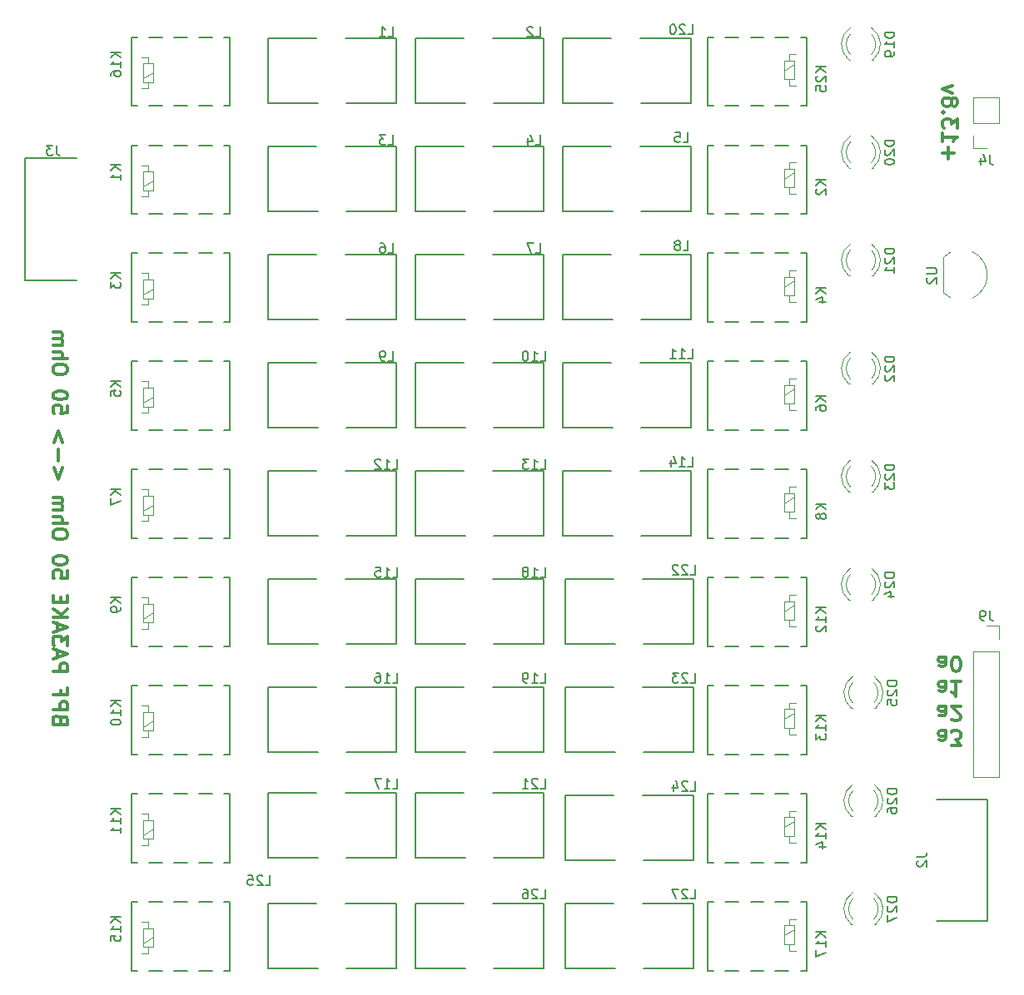
<source format=gbo>
G04 #@! TF.FileFunction,Legend,Bot*
%FSLAX46Y46*%
G04 Gerber Fmt 4.6, Leading zero omitted, Abs format (unit mm)*
G04 Created by KiCad (PCBNEW 4.0.7-e2-6376~58~ubuntu14.04.1) date Sat May 19 07:38:07 2018*
%MOMM*%
%LPD*%
G01*
G04 APERTURE LIST*
%ADD10C,0.100000*%
%ADD11C,0.300000*%
%ADD12C,0.150000*%
%ADD13C,0.120000*%
G04 APERTURE END LIST*
D10*
D11*
X155607143Y-93821429D02*
X155607143Y-94607143D01*
X155535714Y-94750000D01*
X155392857Y-94821429D01*
X155107143Y-94821429D01*
X154964286Y-94750000D01*
X155607143Y-93892857D02*
X155464286Y-93821429D01*
X155107143Y-93821429D01*
X154964286Y-93892857D01*
X154892857Y-94035714D01*
X154892857Y-94178571D01*
X154964286Y-94321429D01*
X155107143Y-94392857D01*
X155464286Y-94392857D01*
X155607143Y-94464286D01*
X156178572Y-95321429D02*
X157107143Y-95321429D01*
X156607143Y-94750000D01*
X156821429Y-94750000D01*
X156964286Y-94678571D01*
X157035715Y-94607143D01*
X157107143Y-94464286D01*
X157107143Y-94107143D01*
X157035715Y-93964286D01*
X156964286Y-93892857D01*
X156821429Y-93821429D01*
X156392857Y-93821429D01*
X156250000Y-93892857D01*
X156178572Y-93964286D01*
X155607143Y-91321429D02*
X155607143Y-92107143D01*
X155535714Y-92250000D01*
X155392857Y-92321429D01*
X155107143Y-92321429D01*
X154964286Y-92250000D01*
X155607143Y-91392857D02*
X155464286Y-91321429D01*
X155107143Y-91321429D01*
X154964286Y-91392857D01*
X154892857Y-91535714D01*
X154892857Y-91678571D01*
X154964286Y-91821429D01*
X155107143Y-91892857D01*
X155464286Y-91892857D01*
X155607143Y-91964286D01*
X156250000Y-92678571D02*
X156321429Y-92750000D01*
X156464286Y-92821429D01*
X156821429Y-92821429D01*
X156964286Y-92750000D01*
X157035715Y-92678571D01*
X157107143Y-92535714D01*
X157107143Y-92392857D01*
X157035715Y-92178571D01*
X156178572Y-91321429D01*
X157107143Y-91321429D01*
X155607143Y-88821429D02*
X155607143Y-89607143D01*
X155535714Y-89750000D01*
X155392857Y-89821429D01*
X155107143Y-89821429D01*
X154964286Y-89750000D01*
X155607143Y-88892857D02*
X155464286Y-88821429D01*
X155107143Y-88821429D01*
X154964286Y-88892857D01*
X154892857Y-89035714D01*
X154892857Y-89178571D01*
X154964286Y-89321429D01*
X155107143Y-89392857D01*
X155464286Y-89392857D01*
X155607143Y-89464286D01*
X157107143Y-88821429D02*
X156250000Y-88821429D01*
X156678572Y-88821429D02*
X156678572Y-90321429D01*
X156535715Y-90107143D01*
X156392857Y-89964286D01*
X156250000Y-89892857D01*
X155607143Y-86321429D02*
X155607143Y-87107143D01*
X155535714Y-87250000D01*
X155392857Y-87321429D01*
X155107143Y-87321429D01*
X154964286Y-87250000D01*
X155607143Y-86392857D02*
X155464286Y-86321429D01*
X155107143Y-86321429D01*
X154964286Y-86392857D01*
X154892857Y-86535714D01*
X154892857Y-86678571D01*
X154964286Y-86821429D01*
X155107143Y-86892857D01*
X155464286Y-86892857D01*
X155607143Y-86964286D01*
X156607143Y-87821429D02*
X156750000Y-87821429D01*
X156892857Y-87750000D01*
X156964286Y-87678571D01*
X157035715Y-87535714D01*
X157107143Y-87250000D01*
X157107143Y-86892857D01*
X157035715Y-86607143D01*
X156964286Y-86464286D01*
X156892857Y-86392857D01*
X156750000Y-86321429D01*
X156607143Y-86321429D01*
X156464286Y-86392857D01*
X156392857Y-86464286D01*
X156321429Y-86607143D01*
X156250000Y-86892857D01*
X156250000Y-87250000D01*
X156321429Y-87535714D01*
X156392857Y-87678571D01*
X156464286Y-87750000D01*
X156607143Y-87821429D01*
X65607143Y-92714284D02*
X65535714Y-92499998D01*
X65464286Y-92428570D01*
X65321429Y-92357141D01*
X65107143Y-92357141D01*
X64964286Y-92428570D01*
X64892857Y-92499998D01*
X64821429Y-92642856D01*
X64821429Y-93214284D01*
X66321429Y-93214284D01*
X66321429Y-92714284D01*
X66250000Y-92571427D01*
X66178571Y-92499998D01*
X66035714Y-92428570D01*
X65892857Y-92428570D01*
X65750000Y-92499998D01*
X65678571Y-92571427D01*
X65607143Y-92714284D01*
X65607143Y-93214284D01*
X64821429Y-91714284D02*
X66321429Y-91714284D01*
X66321429Y-91142856D01*
X66250000Y-90999998D01*
X66178571Y-90928570D01*
X66035714Y-90857141D01*
X65821429Y-90857141D01*
X65678571Y-90928570D01*
X65607143Y-90999998D01*
X65535714Y-91142856D01*
X65535714Y-91714284D01*
X65607143Y-89714284D02*
X65607143Y-90214284D01*
X64821429Y-90214284D02*
X66321429Y-90214284D01*
X66321429Y-89499998D01*
X64821429Y-87785713D02*
X66321429Y-87785713D01*
X66321429Y-87214285D01*
X66250000Y-87071427D01*
X66178571Y-86999999D01*
X66035714Y-86928570D01*
X65821429Y-86928570D01*
X65678571Y-86999999D01*
X65607143Y-87071427D01*
X65535714Y-87214285D01*
X65535714Y-87785713D01*
X65250000Y-86357142D02*
X65250000Y-85642856D01*
X64821429Y-86499999D02*
X66321429Y-85999999D01*
X64821429Y-85499999D01*
X66321429Y-85142856D02*
X66321429Y-84214285D01*
X65750000Y-84714285D01*
X65750000Y-84499999D01*
X65678571Y-84357142D01*
X65607143Y-84285713D01*
X65464286Y-84214285D01*
X65107143Y-84214285D01*
X64964286Y-84285713D01*
X64892857Y-84357142D01*
X64821429Y-84499999D01*
X64821429Y-84928571D01*
X64892857Y-85071428D01*
X64964286Y-85142856D01*
X65250000Y-83642857D02*
X65250000Y-82928571D01*
X64821429Y-83785714D02*
X66321429Y-83285714D01*
X64821429Y-82785714D01*
X64821429Y-82285714D02*
X66321429Y-82285714D01*
X64821429Y-81428571D02*
X65678571Y-82071428D01*
X66321429Y-81428571D02*
X65464286Y-82285714D01*
X65607143Y-80785714D02*
X65607143Y-80285714D01*
X64821429Y-80071428D02*
X64821429Y-80785714D01*
X66321429Y-80785714D01*
X66321429Y-80071428D01*
X66321429Y-77571428D02*
X66321429Y-78285714D01*
X65607143Y-78357143D01*
X65678571Y-78285714D01*
X65750000Y-78142857D01*
X65750000Y-77785714D01*
X65678571Y-77642857D01*
X65607143Y-77571428D01*
X65464286Y-77500000D01*
X65107143Y-77500000D01*
X64964286Y-77571428D01*
X64892857Y-77642857D01*
X64821429Y-77785714D01*
X64821429Y-78142857D01*
X64892857Y-78285714D01*
X64964286Y-78357143D01*
X66321429Y-76571429D02*
X66321429Y-76428572D01*
X66250000Y-76285715D01*
X66178571Y-76214286D01*
X66035714Y-76142857D01*
X65750000Y-76071429D01*
X65392857Y-76071429D01*
X65107143Y-76142857D01*
X64964286Y-76214286D01*
X64892857Y-76285715D01*
X64821429Y-76428572D01*
X64821429Y-76571429D01*
X64892857Y-76714286D01*
X64964286Y-76785715D01*
X65107143Y-76857143D01*
X65392857Y-76928572D01*
X65750000Y-76928572D01*
X66035714Y-76857143D01*
X66178571Y-76785715D01*
X66250000Y-76714286D01*
X66321429Y-76571429D01*
X66321429Y-74000001D02*
X66321429Y-73714287D01*
X66250000Y-73571429D01*
X66107143Y-73428572D01*
X65821429Y-73357144D01*
X65321429Y-73357144D01*
X65035714Y-73428572D01*
X64892857Y-73571429D01*
X64821429Y-73714287D01*
X64821429Y-74000001D01*
X64892857Y-74142858D01*
X65035714Y-74285715D01*
X65321429Y-74357144D01*
X65821429Y-74357144D01*
X66107143Y-74285715D01*
X66250000Y-74142858D01*
X66321429Y-74000001D01*
X64821429Y-72714286D02*
X66321429Y-72714286D01*
X64821429Y-72071429D02*
X65607143Y-72071429D01*
X65750000Y-72142858D01*
X65821429Y-72285715D01*
X65821429Y-72500000D01*
X65750000Y-72642858D01*
X65678571Y-72714286D01*
X64821429Y-71357143D02*
X65821429Y-71357143D01*
X65678571Y-71357143D02*
X65750000Y-71285715D01*
X65821429Y-71142857D01*
X65821429Y-70928572D01*
X65750000Y-70785715D01*
X65607143Y-70714286D01*
X64821429Y-70714286D01*
X65607143Y-70714286D02*
X65750000Y-70642857D01*
X65821429Y-70500000D01*
X65821429Y-70285715D01*
X65750000Y-70142857D01*
X65607143Y-70071429D01*
X64821429Y-70071429D01*
X65821429Y-67071429D02*
X65392857Y-68214286D01*
X64964286Y-67071429D01*
X65392857Y-66357143D02*
X65392857Y-65214286D01*
X65821429Y-64500000D02*
X65392857Y-63357143D01*
X64964286Y-64500000D01*
X66321429Y-60785714D02*
X66321429Y-61500000D01*
X65607143Y-61571429D01*
X65678571Y-61500000D01*
X65750000Y-61357143D01*
X65750000Y-61000000D01*
X65678571Y-60857143D01*
X65607143Y-60785714D01*
X65464286Y-60714286D01*
X65107143Y-60714286D01*
X64964286Y-60785714D01*
X64892857Y-60857143D01*
X64821429Y-61000000D01*
X64821429Y-61357143D01*
X64892857Y-61500000D01*
X64964286Y-61571429D01*
X66321429Y-59785715D02*
X66321429Y-59642858D01*
X66250000Y-59500001D01*
X66178571Y-59428572D01*
X66035714Y-59357143D01*
X65750000Y-59285715D01*
X65392857Y-59285715D01*
X65107143Y-59357143D01*
X64964286Y-59428572D01*
X64892857Y-59500001D01*
X64821429Y-59642858D01*
X64821429Y-59785715D01*
X64892857Y-59928572D01*
X64964286Y-60000001D01*
X65107143Y-60071429D01*
X65392857Y-60142858D01*
X65750000Y-60142858D01*
X66035714Y-60071429D01*
X66178571Y-60000001D01*
X66250000Y-59928572D01*
X66321429Y-59785715D01*
X66321429Y-57214287D02*
X66321429Y-56928573D01*
X66250000Y-56785715D01*
X66107143Y-56642858D01*
X65821429Y-56571430D01*
X65321429Y-56571430D01*
X65035714Y-56642858D01*
X64892857Y-56785715D01*
X64821429Y-56928573D01*
X64821429Y-57214287D01*
X64892857Y-57357144D01*
X65035714Y-57500001D01*
X65321429Y-57571430D01*
X65821429Y-57571430D01*
X66107143Y-57500001D01*
X66250000Y-57357144D01*
X66321429Y-57214287D01*
X64821429Y-55928572D02*
X66321429Y-55928572D01*
X64821429Y-55285715D02*
X65607143Y-55285715D01*
X65750000Y-55357144D01*
X65821429Y-55500001D01*
X65821429Y-55714286D01*
X65750000Y-55857144D01*
X65678571Y-55928572D01*
X64821429Y-54571429D02*
X65821429Y-54571429D01*
X65678571Y-54571429D02*
X65750000Y-54500001D01*
X65821429Y-54357143D01*
X65821429Y-54142858D01*
X65750000Y-54000001D01*
X65607143Y-53928572D01*
X64821429Y-53928572D01*
X65607143Y-53928572D02*
X65750000Y-53857143D01*
X65821429Y-53714286D01*
X65821429Y-53500001D01*
X65750000Y-53357143D01*
X65607143Y-53285715D01*
X64821429Y-53285715D01*
X155892857Y-35642856D02*
X155892857Y-34499999D01*
X155321429Y-35071428D02*
X156464286Y-35071428D01*
X155321429Y-32999999D02*
X155321429Y-33857142D01*
X155321429Y-33428570D02*
X156821429Y-33428570D01*
X156607143Y-33571427D01*
X156464286Y-33714285D01*
X156392857Y-33857142D01*
X156821429Y-32499999D02*
X156821429Y-31571428D01*
X156250000Y-32071428D01*
X156250000Y-31857142D01*
X156178571Y-31714285D01*
X156107143Y-31642856D01*
X155964286Y-31571428D01*
X155607143Y-31571428D01*
X155464286Y-31642856D01*
X155392857Y-31714285D01*
X155321429Y-31857142D01*
X155321429Y-32285714D01*
X155392857Y-32428571D01*
X155464286Y-32499999D01*
X155464286Y-30928571D02*
X155392857Y-30857143D01*
X155321429Y-30928571D01*
X155392857Y-31000000D01*
X155464286Y-30928571D01*
X155321429Y-30928571D01*
X156178571Y-29999999D02*
X156250000Y-30142857D01*
X156321429Y-30214285D01*
X156464286Y-30285714D01*
X156535714Y-30285714D01*
X156678571Y-30214285D01*
X156750000Y-30142857D01*
X156821429Y-29999999D01*
X156821429Y-29714285D01*
X156750000Y-29571428D01*
X156678571Y-29499999D01*
X156535714Y-29428571D01*
X156464286Y-29428571D01*
X156321429Y-29499999D01*
X156250000Y-29571428D01*
X156178571Y-29714285D01*
X156178571Y-29999999D01*
X156107143Y-30142857D01*
X156035714Y-30214285D01*
X155892857Y-30285714D01*
X155607143Y-30285714D01*
X155464286Y-30214285D01*
X155392857Y-30142857D01*
X155321429Y-29999999D01*
X155321429Y-29714285D01*
X155392857Y-29571428D01*
X155464286Y-29499999D01*
X155607143Y-29428571D01*
X155892857Y-29428571D01*
X156035714Y-29499999D01*
X156107143Y-29571428D01*
X156178571Y-29714285D01*
X156321429Y-28928571D02*
X155321429Y-28571428D01*
X156321429Y-28214286D01*
D12*
X140860000Y-41250000D02*
X141450000Y-41250000D01*
X139650000Y-41250000D02*
X138310000Y-41250000D01*
X137110000Y-41250000D02*
X135780000Y-41250000D01*
X134570000Y-41250000D02*
X133230000Y-41250000D01*
X132030000Y-41250000D02*
X131450000Y-41250000D01*
X132030000Y-34250000D02*
X131450000Y-34250000D01*
X131450000Y-34250000D02*
X131460000Y-34250000D01*
X134570000Y-34250000D02*
X133230000Y-34250000D01*
X137110000Y-34250000D02*
X135780000Y-34250000D01*
X139650000Y-34250000D02*
X138310000Y-34250000D01*
X141450000Y-34250000D02*
X140860000Y-34250000D01*
X141450000Y-41250000D02*
X141450000Y-34250000D01*
X131450000Y-34250000D02*
X131450000Y-41250000D01*
D13*
X140250000Y-37034000D02*
X139234000Y-37669000D01*
X140377000Y-39218000D02*
X139742000Y-39218000D01*
X139742000Y-39218000D02*
X139742000Y-38558000D01*
X140377000Y-36018000D02*
X139742000Y-36018000D01*
X139742000Y-36018000D02*
X139742000Y-36653000D01*
X140250000Y-36653000D02*
X140250000Y-38558000D01*
X140250000Y-38558000D02*
X139234000Y-38558000D01*
X139234000Y-38558000D02*
X139234000Y-36653000D01*
X140250000Y-36653000D02*
X139234000Y-36653000D01*
D12*
X73390000Y-45250000D02*
X72800000Y-45250000D01*
X74600000Y-45250000D02*
X75940000Y-45250000D01*
X77140000Y-45250000D02*
X78470000Y-45250000D01*
X79680000Y-45250000D02*
X81020000Y-45250000D01*
X82220000Y-45250000D02*
X82800000Y-45250000D01*
X82220000Y-52250000D02*
X82800000Y-52250000D01*
X82800000Y-52250000D02*
X82790000Y-52250000D01*
X79680000Y-52250000D02*
X81020000Y-52250000D01*
X77140000Y-52250000D02*
X78470000Y-52250000D01*
X74600000Y-52250000D02*
X75940000Y-52250000D01*
X72800000Y-52250000D02*
X73390000Y-52250000D01*
X72800000Y-45250000D02*
X72800000Y-52250000D01*
X82800000Y-52250000D02*
X82800000Y-45250000D01*
D13*
X74000000Y-49466000D02*
X75016000Y-48831000D01*
X73873000Y-47282000D02*
X74508000Y-47282000D01*
X74508000Y-47282000D02*
X74508000Y-47942000D01*
X73873000Y-50482000D02*
X74508000Y-50482000D01*
X74508000Y-50482000D02*
X74508000Y-49847000D01*
X74000000Y-49847000D02*
X74000000Y-47942000D01*
X74000000Y-47942000D02*
X75016000Y-47942000D01*
X75016000Y-47942000D02*
X75016000Y-49847000D01*
X74000000Y-49847000D02*
X75016000Y-49847000D01*
D12*
X140860000Y-52250000D02*
X141450000Y-52250000D01*
X139650000Y-52250000D02*
X138310000Y-52250000D01*
X137110000Y-52250000D02*
X135780000Y-52250000D01*
X134570000Y-52250000D02*
X133230000Y-52250000D01*
X132030000Y-52250000D02*
X131450000Y-52250000D01*
X132030000Y-45250000D02*
X131450000Y-45250000D01*
X131450000Y-45250000D02*
X131460000Y-45250000D01*
X134570000Y-45250000D02*
X133230000Y-45250000D01*
X137110000Y-45250000D02*
X135780000Y-45250000D01*
X139650000Y-45250000D02*
X138310000Y-45250000D01*
X141450000Y-45250000D02*
X140860000Y-45250000D01*
X141450000Y-52250000D02*
X141450000Y-45250000D01*
X131450000Y-45250000D02*
X131450000Y-52250000D01*
D13*
X140250000Y-48034000D02*
X139234000Y-48669000D01*
X140377000Y-50218000D02*
X139742000Y-50218000D01*
X139742000Y-50218000D02*
X139742000Y-49558000D01*
X140377000Y-47018000D02*
X139742000Y-47018000D01*
X139742000Y-47018000D02*
X139742000Y-47653000D01*
X140250000Y-47653000D02*
X140250000Y-49558000D01*
X140250000Y-49558000D02*
X139234000Y-49558000D01*
X139234000Y-49558000D02*
X139234000Y-47653000D01*
X140250000Y-47653000D02*
X139234000Y-47653000D01*
D12*
X73390000Y-23250000D02*
X72800000Y-23250000D01*
X74600000Y-23250000D02*
X75940000Y-23250000D01*
X77140000Y-23250000D02*
X78470000Y-23250000D01*
X79680000Y-23250000D02*
X81020000Y-23250000D01*
X82220000Y-23250000D02*
X82800000Y-23250000D01*
X82220000Y-30250000D02*
X82800000Y-30250000D01*
X82800000Y-30250000D02*
X82790000Y-30250000D01*
X79680000Y-30250000D02*
X81020000Y-30250000D01*
X77140000Y-30250000D02*
X78470000Y-30250000D01*
X74600000Y-30250000D02*
X75940000Y-30250000D01*
X72800000Y-30250000D02*
X73390000Y-30250000D01*
X72800000Y-23250000D02*
X72800000Y-30250000D01*
X82800000Y-30250000D02*
X82800000Y-23250000D01*
D13*
X74000000Y-27466000D02*
X75016000Y-26831000D01*
X73873000Y-25282000D02*
X74508000Y-25282000D01*
X74508000Y-25282000D02*
X74508000Y-25942000D01*
X73873000Y-28482000D02*
X74508000Y-28482000D01*
X74508000Y-28482000D02*
X74508000Y-27847000D01*
X74000000Y-27847000D02*
X74000000Y-25942000D01*
X74000000Y-25942000D02*
X75016000Y-25942000D01*
X75016000Y-25942000D02*
X75016000Y-27847000D01*
X74000000Y-27847000D02*
X75016000Y-27847000D01*
D12*
X140860000Y-30250000D02*
X141450000Y-30250000D01*
X139650000Y-30250000D02*
X138310000Y-30250000D01*
X137110000Y-30250000D02*
X135780000Y-30250000D01*
X134570000Y-30250000D02*
X133230000Y-30250000D01*
X132030000Y-30250000D02*
X131450000Y-30250000D01*
X132030000Y-23250000D02*
X131450000Y-23250000D01*
X131450000Y-23250000D02*
X131460000Y-23250000D01*
X134570000Y-23250000D02*
X133230000Y-23250000D01*
X137110000Y-23250000D02*
X135780000Y-23250000D01*
X139650000Y-23250000D02*
X138310000Y-23250000D01*
X141450000Y-23250000D02*
X140860000Y-23250000D01*
X141450000Y-30250000D02*
X141450000Y-23250000D01*
X131450000Y-23250000D02*
X131450000Y-30250000D01*
D13*
X140250000Y-26034000D02*
X139234000Y-26669000D01*
X140377000Y-28218000D02*
X139742000Y-28218000D01*
X139742000Y-28218000D02*
X139742000Y-27558000D01*
X140377000Y-25018000D02*
X139742000Y-25018000D01*
X139742000Y-25018000D02*
X139742000Y-25653000D01*
X140250000Y-25653000D02*
X140250000Y-27558000D01*
X140250000Y-27558000D02*
X139234000Y-27558000D01*
X139234000Y-27558000D02*
X139234000Y-25653000D01*
X140250000Y-25653000D02*
X139234000Y-25653000D01*
D12*
X154700000Y-113200000D02*
X159900000Y-113200000D01*
X159900000Y-113200000D02*
X159900000Y-100800000D01*
X159900000Y-100800000D02*
X154700000Y-100800000D01*
X140860000Y-63250000D02*
X141450000Y-63250000D01*
X139650000Y-63250000D02*
X138310000Y-63250000D01*
X137110000Y-63250000D02*
X135780000Y-63250000D01*
X134570000Y-63250000D02*
X133230000Y-63250000D01*
X132030000Y-63250000D02*
X131450000Y-63250000D01*
X132030000Y-56250000D02*
X131450000Y-56250000D01*
X131450000Y-56250000D02*
X131460000Y-56250000D01*
X134570000Y-56250000D02*
X133230000Y-56250000D01*
X137110000Y-56250000D02*
X135780000Y-56250000D01*
X139650000Y-56250000D02*
X138310000Y-56250000D01*
X141450000Y-56250000D02*
X140860000Y-56250000D01*
X141450000Y-63250000D02*
X141450000Y-56250000D01*
X131450000Y-56250000D02*
X131450000Y-63250000D01*
D13*
X140250000Y-59034000D02*
X139234000Y-59669000D01*
X140377000Y-61218000D02*
X139742000Y-61218000D01*
X139742000Y-61218000D02*
X139742000Y-60558000D01*
X140377000Y-58018000D02*
X139742000Y-58018000D01*
X139742000Y-58018000D02*
X139742000Y-58653000D01*
X140250000Y-58653000D02*
X140250000Y-60558000D01*
X140250000Y-60558000D02*
X139234000Y-60558000D01*
X139234000Y-60558000D02*
X139234000Y-58653000D01*
X140250000Y-58653000D02*
X139234000Y-58653000D01*
D12*
X73390000Y-56250000D02*
X72800000Y-56250000D01*
X74600000Y-56250000D02*
X75940000Y-56250000D01*
X77140000Y-56250000D02*
X78470000Y-56250000D01*
X79680000Y-56250000D02*
X81020000Y-56250000D01*
X82220000Y-56250000D02*
X82800000Y-56250000D01*
X82220000Y-63250000D02*
X82800000Y-63250000D01*
X82800000Y-63250000D02*
X82790000Y-63250000D01*
X79680000Y-63250000D02*
X81020000Y-63250000D01*
X77140000Y-63250000D02*
X78470000Y-63250000D01*
X74600000Y-63250000D02*
X75940000Y-63250000D01*
X72800000Y-63250000D02*
X73390000Y-63250000D01*
X72800000Y-56250000D02*
X72800000Y-63250000D01*
X82800000Y-63250000D02*
X82800000Y-56250000D01*
D13*
X74000000Y-60466000D02*
X75016000Y-59831000D01*
X73873000Y-58282000D02*
X74508000Y-58282000D01*
X74508000Y-58282000D02*
X74508000Y-58942000D01*
X73873000Y-61482000D02*
X74508000Y-61482000D01*
X74508000Y-61482000D02*
X74508000Y-60847000D01*
X74000000Y-60847000D02*
X74000000Y-58942000D01*
X74000000Y-58942000D02*
X75016000Y-58942000D01*
X75016000Y-58942000D02*
X75016000Y-60847000D01*
X74000000Y-60847000D02*
X75016000Y-60847000D01*
D12*
X73390000Y-67250000D02*
X72800000Y-67250000D01*
X74600000Y-67250000D02*
X75940000Y-67250000D01*
X77140000Y-67250000D02*
X78470000Y-67250000D01*
X79680000Y-67250000D02*
X81020000Y-67250000D01*
X82220000Y-67250000D02*
X82800000Y-67250000D01*
X82220000Y-74250000D02*
X82800000Y-74250000D01*
X82800000Y-74250000D02*
X82790000Y-74250000D01*
X79680000Y-74250000D02*
X81020000Y-74250000D01*
X77140000Y-74250000D02*
X78470000Y-74250000D01*
X74600000Y-74250000D02*
X75940000Y-74250000D01*
X72800000Y-74250000D02*
X73390000Y-74250000D01*
X72800000Y-67250000D02*
X72800000Y-74250000D01*
X82800000Y-74250000D02*
X82800000Y-67250000D01*
D13*
X74000000Y-71466000D02*
X75016000Y-70831000D01*
X73873000Y-69282000D02*
X74508000Y-69282000D01*
X74508000Y-69282000D02*
X74508000Y-69942000D01*
X73873000Y-72482000D02*
X74508000Y-72482000D01*
X74508000Y-72482000D02*
X74508000Y-71847000D01*
X74000000Y-71847000D02*
X74000000Y-69942000D01*
X74000000Y-69942000D02*
X75016000Y-69942000D01*
X75016000Y-69942000D02*
X75016000Y-71847000D01*
X74000000Y-71847000D02*
X75016000Y-71847000D01*
D12*
X140860000Y-74250000D02*
X141450000Y-74250000D01*
X139650000Y-74250000D02*
X138310000Y-74250000D01*
X137110000Y-74250000D02*
X135780000Y-74250000D01*
X134570000Y-74250000D02*
X133230000Y-74250000D01*
X132030000Y-74250000D02*
X131450000Y-74250000D01*
X132030000Y-67250000D02*
X131450000Y-67250000D01*
X131450000Y-67250000D02*
X131460000Y-67250000D01*
X134570000Y-67250000D02*
X133230000Y-67250000D01*
X137110000Y-67250000D02*
X135780000Y-67250000D01*
X139650000Y-67250000D02*
X138310000Y-67250000D01*
X141450000Y-67250000D02*
X140860000Y-67250000D01*
X141450000Y-74250000D02*
X141450000Y-67250000D01*
X131450000Y-67250000D02*
X131450000Y-74250000D01*
D13*
X140250000Y-70034000D02*
X139234000Y-70669000D01*
X140377000Y-72218000D02*
X139742000Y-72218000D01*
X139742000Y-72218000D02*
X139742000Y-71558000D01*
X140377000Y-69018000D02*
X139742000Y-69018000D01*
X139742000Y-69018000D02*
X139742000Y-69653000D01*
X140250000Y-69653000D02*
X140250000Y-71558000D01*
X140250000Y-71558000D02*
X139234000Y-71558000D01*
X139234000Y-71558000D02*
X139234000Y-69653000D01*
X140250000Y-69653000D02*
X139234000Y-69653000D01*
D12*
X99750000Y-23396000D02*
X94543000Y-23396000D01*
X86669000Y-23396000D02*
X91622000Y-23396000D01*
X99750000Y-30000000D02*
X94670000Y-30000000D01*
X86669000Y-30000000D02*
X91749000Y-30000000D01*
X86669000Y-30000000D02*
X86669000Y-23396000D01*
X99750000Y-23396000D02*
X99750000Y-30000000D01*
X114750000Y-23396000D02*
X109543000Y-23396000D01*
X101669000Y-23396000D02*
X106622000Y-23396000D01*
X114750000Y-30000000D02*
X109670000Y-30000000D01*
X101669000Y-30000000D02*
X106749000Y-30000000D01*
X101669000Y-30000000D02*
X101669000Y-23396000D01*
X114750000Y-23396000D02*
X114750000Y-30000000D01*
X99750000Y-45396000D02*
X94543000Y-45396000D01*
X86669000Y-45396000D02*
X91622000Y-45396000D01*
X99750000Y-52000000D02*
X94670000Y-52000000D01*
X86669000Y-52000000D02*
X91749000Y-52000000D01*
X86669000Y-52000000D02*
X86669000Y-45396000D01*
X99750000Y-45396000D02*
X99750000Y-52000000D01*
X129750000Y-23396000D02*
X124543000Y-23396000D01*
X116669000Y-23396000D02*
X121622000Y-23396000D01*
X129750000Y-30000000D02*
X124670000Y-30000000D01*
X116669000Y-30000000D02*
X121749000Y-30000000D01*
X116669000Y-30000000D02*
X116669000Y-23396000D01*
X129750000Y-23396000D02*
X129750000Y-30000000D01*
X99750000Y-34396000D02*
X94543000Y-34396000D01*
X86669000Y-34396000D02*
X91622000Y-34396000D01*
X99750000Y-41000000D02*
X94670000Y-41000000D01*
X86669000Y-41000000D02*
X91749000Y-41000000D01*
X86669000Y-41000000D02*
X86669000Y-34396000D01*
X99750000Y-34396000D02*
X99750000Y-41000000D01*
X114750000Y-34396000D02*
X109543000Y-34396000D01*
X101669000Y-34396000D02*
X106622000Y-34396000D01*
X114750000Y-41000000D02*
X109670000Y-41000000D01*
X101669000Y-41000000D02*
X106749000Y-41000000D01*
X101669000Y-41000000D02*
X101669000Y-34396000D01*
X114750000Y-34396000D02*
X114750000Y-41000000D01*
X129750000Y-34396000D02*
X124543000Y-34396000D01*
X116669000Y-34396000D02*
X121622000Y-34396000D01*
X129750000Y-41000000D02*
X124670000Y-41000000D01*
X116669000Y-41000000D02*
X121749000Y-41000000D01*
X116669000Y-41000000D02*
X116669000Y-34396000D01*
X129750000Y-34396000D02*
X129750000Y-41000000D01*
X73390000Y-78250000D02*
X72800000Y-78250000D01*
X74600000Y-78250000D02*
X75940000Y-78250000D01*
X77140000Y-78250000D02*
X78470000Y-78250000D01*
X79680000Y-78250000D02*
X81020000Y-78250000D01*
X82220000Y-78250000D02*
X82800000Y-78250000D01*
X82220000Y-85250000D02*
X82800000Y-85250000D01*
X82800000Y-85250000D02*
X82790000Y-85250000D01*
X79680000Y-85250000D02*
X81020000Y-85250000D01*
X77140000Y-85250000D02*
X78470000Y-85250000D01*
X74600000Y-85250000D02*
X75940000Y-85250000D01*
X72800000Y-85250000D02*
X73390000Y-85250000D01*
X72800000Y-78250000D02*
X72800000Y-85250000D01*
X82800000Y-85250000D02*
X82800000Y-78250000D01*
D13*
X74000000Y-82466000D02*
X75016000Y-81831000D01*
X73873000Y-80282000D02*
X74508000Y-80282000D01*
X74508000Y-80282000D02*
X74508000Y-80942000D01*
X73873000Y-83482000D02*
X74508000Y-83482000D01*
X74508000Y-83482000D02*
X74508000Y-82847000D01*
X74000000Y-82847000D02*
X74000000Y-80942000D01*
X74000000Y-80942000D02*
X75016000Y-80942000D01*
X75016000Y-80942000D02*
X75016000Y-82847000D01*
X74000000Y-82847000D02*
X75016000Y-82847000D01*
D12*
X73390000Y-89250000D02*
X72800000Y-89250000D01*
X74600000Y-89250000D02*
X75940000Y-89250000D01*
X77140000Y-89250000D02*
X78470000Y-89250000D01*
X79680000Y-89250000D02*
X81020000Y-89250000D01*
X82220000Y-89250000D02*
X82800000Y-89250000D01*
X82220000Y-96250000D02*
X82800000Y-96250000D01*
X82800000Y-96250000D02*
X82790000Y-96250000D01*
X79680000Y-96250000D02*
X81020000Y-96250000D01*
X77140000Y-96250000D02*
X78470000Y-96250000D01*
X74600000Y-96250000D02*
X75940000Y-96250000D01*
X72800000Y-96250000D02*
X73390000Y-96250000D01*
X72800000Y-89250000D02*
X72800000Y-96250000D01*
X82800000Y-96250000D02*
X82800000Y-89250000D01*
D13*
X74000000Y-93466000D02*
X75016000Y-92831000D01*
X73873000Y-91282000D02*
X74508000Y-91282000D01*
X74508000Y-91282000D02*
X74508000Y-91942000D01*
X73873000Y-94482000D02*
X74508000Y-94482000D01*
X74508000Y-94482000D02*
X74508000Y-93847000D01*
X74000000Y-93847000D02*
X74000000Y-91942000D01*
X74000000Y-91942000D02*
X75016000Y-91942000D01*
X75016000Y-91942000D02*
X75016000Y-93847000D01*
X74000000Y-93847000D02*
X75016000Y-93847000D01*
D12*
X73390000Y-100250000D02*
X72800000Y-100250000D01*
X74600000Y-100250000D02*
X75940000Y-100250000D01*
X77140000Y-100250000D02*
X78470000Y-100250000D01*
X79680000Y-100250000D02*
X81020000Y-100250000D01*
X82220000Y-100250000D02*
X82800000Y-100250000D01*
X82220000Y-107250000D02*
X82800000Y-107250000D01*
X82800000Y-107250000D02*
X82790000Y-107250000D01*
X79680000Y-107250000D02*
X81020000Y-107250000D01*
X77140000Y-107250000D02*
X78470000Y-107250000D01*
X74600000Y-107250000D02*
X75940000Y-107250000D01*
X72800000Y-107250000D02*
X73390000Y-107250000D01*
X72800000Y-100250000D02*
X72800000Y-107250000D01*
X82800000Y-107250000D02*
X82800000Y-100250000D01*
D13*
X74000000Y-104466000D02*
X75016000Y-103831000D01*
X73873000Y-102282000D02*
X74508000Y-102282000D01*
X74508000Y-102282000D02*
X74508000Y-102942000D01*
X73873000Y-105482000D02*
X74508000Y-105482000D01*
X74508000Y-105482000D02*
X74508000Y-104847000D01*
X74000000Y-104847000D02*
X74000000Y-102942000D01*
X74000000Y-102942000D02*
X75016000Y-102942000D01*
X75016000Y-102942000D02*
X75016000Y-104847000D01*
X74000000Y-104847000D02*
X75016000Y-104847000D01*
D12*
X140860000Y-85250000D02*
X141450000Y-85250000D01*
X139650000Y-85250000D02*
X138310000Y-85250000D01*
X137110000Y-85250000D02*
X135780000Y-85250000D01*
X134570000Y-85250000D02*
X133230000Y-85250000D01*
X132030000Y-85250000D02*
X131450000Y-85250000D01*
X132030000Y-78250000D02*
X131450000Y-78250000D01*
X131450000Y-78250000D02*
X131460000Y-78250000D01*
X134570000Y-78250000D02*
X133230000Y-78250000D01*
X137110000Y-78250000D02*
X135780000Y-78250000D01*
X139650000Y-78250000D02*
X138310000Y-78250000D01*
X141450000Y-78250000D02*
X140860000Y-78250000D01*
X141450000Y-85250000D02*
X141450000Y-78250000D01*
X131450000Y-78250000D02*
X131450000Y-85250000D01*
D13*
X140250000Y-81034000D02*
X139234000Y-81669000D01*
X140377000Y-83218000D02*
X139742000Y-83218000D01*
X139742000Y-83218000D02*
X139742000Y-82558000D01*
X140377000Y-80018000D02*
X139742000Y-80018000D01*
X139742000Y-80018000D02*
X139742000Y-80653000D01*
X140250000Y-80653000D02*
X140250000Y-82558000D01*
X140250000Y-82558000D02*
X139234000Y-82558000D01*
X139234000Y-82558000D02*
X139234000Y-80653000D01*
X140250000Y-80653000D02*
X139234000Y-80653000D01*
D12*
X140860000Y-96250000D02*
X141450000Y-96250000D01*
X139650000Y-96250000D02*
X138310000Y-96250000D01*
X137110000Y-96250000D02*
X135780000Y-96250000D01*
X134570000Y-96250000D02*
X133230000Y-96250000D01*
X132030000Y-96250000D02*
X131450000Y-96250000D01*
X132030000Y-89250000D02*
X131450000Y-89250000D01*
X131450000Y-89250000D02*
X131460000Y-89250000D01*
X134570000Y-89250000D02*
X133230000Y-89250000D01*
X137110000Y-89250000D02*
X135780000Y-89250000D01*
X139650000Y-89250000D02*
X138310000Y-89250000D01*
X141450000Y-89250000D02*
X140860000Y-89250000D01*
X141450000Y-96250000D02*
X141450000Y-89250000D01*
X131450000Y-89250000D02*
X131450000Y-96250000D01*
D13*
X140250000Y-92034000D02*
X139234000Y-92669000D01*
X140377000Y-94218000D02*
X139742000Y-94218000D01*
X139742000Y-94218000D02*
X139742000Y-93558000D01*
X140377000Y-91018000D02*
X139742000Y-91018000D01*
X139742000Y-91018000D02*
X139742000Y-91653000D01*
X140250000Y-91653000D02*
X140250000Y-93558000D01*
X140250000Y-93558000D02*
X139234000Y-93558000D01*
X139234000Y-93558000D02*
X139234000Y-91653000D01*
X140250000Y-91653000D02*
X139234000Y-91653000D01*
D12*
X140860000Y-107250000D02*
X141450000Y-107250000D01*
X139650000Y-107250000D02*
X138310000Y-107250000D01*
X137110000Y-107250000D02*
X135780000Y-107250000D01*
X134570000Y-107250000D02*
X133230000Y-107250000D01*
X132030000Y-107250000D02*
X131450000Y-107250000D01*
X132030000Y-100250000D02*
X131450000Y-100250000D01*
X131450000Y-100250000D02*
X131460000Y-100250000D01*
X134570000Y-100250000D02*
X133230000Y-100250000D01*
X137110000Y-100250000D02*
X135780000Y-100250000D01*
X139650000Y-100250000D02*
X138310000Y-100250000D01*
X141450000Y-100250000D02*
X140860000Y-100250000D01*
X141450000Y-107250000D02*
X141450000Y-100250000D01*
X131450000Y-100250000D02*
X131450000Y-107250000D01*
D13*
X140250000Y-103034000D02*
X139234000Y-103669000D01*
X140377000Y-105218000D02*
X139742000Y-105218000D01*
X139742000Y-105218000D02*
X139742000Y-104558000D01*
X140377000Y-102018000D02*
X139742000Y-102018000D01*
X139742000Y-102018000D02*
X139742000Y-102653000D01*
X140250000Y-102653000D02*
X140250000Y-104558000D01*
X140250000Y-104558000D02*
X139234000Y-104558000D01*
X139234000Y-104558000D02*
X139234000Y-102653000D01*
X140250000Y-102653000D02*
X139234000Y-102653000D01*
D12*
X67200000Y-35600000D02*
X62000000Y-35600000D01*
X62000000Y-35600000D02*
X62000000Y-48000000D01*
X62000000Y-48000000D02*
X67200000Y-48000000D01*
X73390000Y-111250000D02*
X72800000Y-111250000D01*
X74600000Y-111250000D02*
X75940000Y-111250000D01*
X77140000Y-111250000D02*
X78470000Y-111250000D01*
X79680000Y-111250000D02*
X81020000Y-111250000D01*
X82220000Y-111250000D02*
X82800000Y-111250000D01*
X82220000Y-118250000D02*
X82800000Y-118250000D01*
X82800000Y-118250000D02*
X82790000Y-118250000D01*
X79680000Y-118250000D02*
X81020000Y-118250000D01*
X77140000Y-118250000D02*
X78470000Y-118250000D01*
X74600000Y-118250000D02*
X75940000Y-118250000D01*
X72800000Y-118250000D02*
X73390000Y-118250000D01*
X72800000Y-111250000D02*
X72800000Y-118250000D01*
X82800000Y-118250000D02*
X82800000Y-111250000D01*
D13*
X74000000Y-115466000D02*
X75016000Y-114831000D01*
X73873000Y-113282000D02*
X74508000Y-113282000D01*
X74508000Y-113282000D02*
X74508000Y-113942000D01*
X73873000Y-116482000D02*
X74508000Y-116482000D01*
X74508000Y-116482000D02*
X74508000Y-115847000D01*
X74000000Y-115847000D02*
X74000000Y-113942000D01*
X74000000Y-113942000D02*
X75016000Y-113942000D01*
X75016000Y-113942000D02*
X75016000Y-115847000D01*
X74000000Y-115847000D02*
X75016000Y-115847000D01*
D12*
X140860000Y-118250000D02*
X141450000Y-118250000D01*
X139650000Y-118250000D02*
X138310000Y-118250000D01*
X137110000Y-118250000D02*
X135780000Y-118250000D01*
X134570000Y-118250000D02*
X133230000Y-118250000D01*
X132030000Y-118250000D02*
X131450000Y-118250000D01*
X132030000Y-111250000D02*
X131450000Y-111250000D01*
X131450000Y-111250000D02*
X131460000Y-111250000D01*
X134570000Y-111250000D02*
X133230000Y-111250000D01*
X137110000Y-111250000D02*
X135780000Y-111250000D01*
X139650000Y-111250000D02*
X138310000Y-111250000D01*
X141450000Y-111250000D02*
X140860000Y-111250000D01*
X141450000Y-118250000D02*
X141450000Y-111250000D01*
X131450000Y-111250000D02*
X131450000Y-118250000D01*
D13*
X140250000Y-114034000D02*
X139234000Y-114669000D01*
X140377000Y-116218000D02*
X139742000Y-116218000D01*
X139742000Y-116218000D02*
X139742000Y-115558000D01*
X140377000Y-113018000D02*
X139742000Y-113018000D01*
X139742000Y-113018000D02*
X139742000Y-113653000D01*
X140250000Y-113653000D02*
X140250000Y-115558000D01*
X140250000Y-115558000D02*
X139234000Y-115558000D01*
X139234000Y-115558000D02*
X139234000Y-113653000D01*
X140250000Y-113653000D02*
X139234000Y-113653000D01*
D12*
X130000000Y-100396000D02*
X124793000Y-100396000D01*
X116919000Y-100396000D02*
X121872000Y-100396000D01*
X130000000Y-107000000D02*
X124920000Y-107000000D01*
X116919000Y-107000000D02*
X121999000Y-107000000D01*
X116919000Y-107000000D02*
X116919000Y-100396000D01*
X130000000Y-100396000D02*
X130000000Y-107000000D01*
X99750000Y-111396000D02*
X94543000Y-111396000D01*
X86669000Y-111396000D02*
X91622000Y-111396000D01*
X99750000Y-118000000D02*
X94670000Y-118000000D01*
X86669000Y-118000000D02*
X91749000Y-118000000D01*
X86669000Y-118000000D02*
X86669000Y-111396000D01*
X99750000Y-111396000D02*
X99750000Y-118000000D01*
X114750000Y-111396000D02*
X109543000Y-111396000D01*
X101669000Y-111396000D02*
X106622000Y-111396000D01*
X114750000Y-118000000D02*
X109670000Y-118000000D01*
X101669000Y-118000000D02*
X106749000Y-118000000D01*
X101669000Y-118000000D02*
X101669000Y-111396000D01*
X114750000Y-111396000D02*
X114750000Y-118000000D01*
X130000000Y-111396000D02*
X124793000Y-111396000D01*
X116919000Y-111396000D02*
X121872000Y-111396000D01*
X130000000Y-118000000D02*
X124920000Y-118000000D01*
X116919000Y-118000000D02*
X121999000Y-118000000D01*
X116919000Y-118000000D02*
X116919000Y-111396000D01*
X130000000Y-111396000D02*
X130000000Y-118000000D01*
X129750000Y-45396000D02*
X124543000Y-45396000D01*
X116669000Y-45396000D02*
X121622000Y-45396000D01*
X129750000Y-52000000D02*
X124670000Y-52000000D01*
X116669000Y-52000000D02*
X121749000Y-52000000D01*
X116669000Y-52000000D02*
X116669000Y-45396000D01*
X129750000Y-45396000D02*
X129750000Y-52000000D01*
X114750000Y-45396000D02*
X109543000Y-45396000D01*
X101669000Y-45396000D02*
X106622000Y-45396000D01*
X114750000Y-52000000D02*
X109670000Y-52000000D01*
X101669000Y-52000000D02*
X106749000Y-52000000D01*
X101669000Y-52000000D02*
X101669000Y-45396000D01*
X114750000Y-45396000D02*
X114750000Y-52000000D01*
X129750000Y-56396000D02*
X124543000Y-56396000D01*
X116669000Y-56396000D02*
X121622000Y-56396000D01*
X129750000Y-63000000D02*
X124670000Y-63000000D01*
X116669000Y-63000000D02*
X121749000Y-63000000D01*
X116669000Y-63000000D02*
X116669000Y-56396000D01*
X129750000Y-56396000D02*
X129750000Y-63000000D01*
X114750000Y-56396000D02*
X109543000Y-56396000D01*
X101669000Y-56396000D02*
X106622000Y-56396000D01*
X114750000Y-63000000D02*
X109670000Y-63000000D01*
X101669000Y-63000000D02*
X106749000Y-63000000D01*
X101669000Y-63000000D02*
X101669000Y-56396000D01*
X114750000Y-56396000D02*
X114750000Y-63000000D01*
X99750000Y-56396000D02*
X94543000Y-56396000D01*
X86669000Y-56396000D02*
X91622000Y-56396000D01*
X99750000Y-63000000D02*
X94670000Y-63000000D01*
X86669000Y-63000000D02*
X91749000Y-63000000D01*
X86669000Y-63000000D02*
X86669000Y-56396000D01*
X99750000Y-56396000D02*
X99750000Y-63000000D01*
X129750000Y-67396000D02*
X124543000Y-67396000D01*
X116669000Y-67396000D02*
X121622000Y-67396000D01*
X129750000Y-74000000D02*
X124670000Y-74000000D01*
X116669000Y-74000000D02*
X121749000Y-74000000D01*
X116669000Y-74000000D02*
X116669000Y-67396000D01*
X129750000Y-67396000D02*
X129750000Y-74000000D01*
X114750000Y-67396000D02*
X109543000Y-67396000D01*
X101669000Y-67396000D02*
X106622000Y-67396000D01*
X114750000Y-74000000D02*
X109670000Y-74000000D01*
X101669000Y-74000000D02*
X106749000Y-74000000D01*
X101669000Y-74000000D02*
X101669000Y-67396000D01*
X114750000Y-67396000D02*
X114750000Y-74000000D01*
X99750000Y-67396000D02*
X94543000Y-67396000D01*
X86669000Y-67396000D02*
X91622000Y-67396000D01*
X99750000Y-74000000D02*
X94670000Y-74000000D01*
X86669000Y-74000000D02*
X91749000Y-74000000D01*
X86669000Y-74000000D02*
X86669000Y-67396000D01*
X99750000Y-67396000D02*
X99750000Y-74000000D01*
X99750000Y-78396000D02*
X94543000Y-78396000D01*
X86669000Y-78396000D02*
X91622000Y-78396000D01*
X99750000Y-85000000D02*
X94670000Y-85000000D01*
X86669000Y-85000000D02*
X91749000Y-85000000D01*
X86669000Y-85000000D02*
X86669000Y-78396000D01*
X99750000Y-78396000D02*
X99750000Y-85000000D01*
X114750000Y-78396000D02*
X109543000Y-78396000D01*
X101669000Y-78396000D02*
X106622000Y-78396000D01*
X114750000Y-85000000D02*
X109670000Y-85000000D01*
X101669000Y-85000000D02*
X106749000Y-85000000D01*
X101669000Y-85000000D02*
X101669000Y-78396000D01*
X114750000Y-78396000D02*
X114750000Y-85000000D01*
X130000000Y-78396000D02*
X124793000Y-78396000D01*
X116919000Y-78396000D02*
X121872000Y-78396000D01*
X130000000Y-85000000D02*
X124920000Y-85000000D01*
X116919000Y-85000000D02*
X121999000Y-85000000D01*
X116919000Y-85000000D02*
X116919000Y-78396000D01*
X130000000Y-78396000D02*
X130000000Y-85000000D01*
X73390000Y-34250000D02*
X72800000Y-34250000D01*
X74600000Y-34250000D02*
X75940000Y-34250000D01*
X77140000Y-34250000D02*
X78470000Y-34250000D01*
X79680000Y-34250000D02*
X81020000Y-34250000D01*
X82220000Y-34250000D02*
X82800000Y-34250000D01*
X82220000Y-41250000D02*
X82800000Y-41250000D01*
X82800000Y-41250000D02*
X82790000Y-41250000D01*
X79680000Y-41250000D02*
X81020000Y-41250000D01*
X77140000Y-41250000D02*
X78470000Y-41250000D01*
X74600000Y-41250000D02*
X75940000Y-41250000D01*
X72800000Y-41250000D02*
X73390000Y-41250000D01*
X72800000Y-34250000D02*
X72800000Y-41250000D01*
X82800000Y-41250000D02*
X82800000Y-34250000D01*
D13*
X74000000Y-38466000D02*
X75016000Y-37831000D01*
X73873000Y-36282000D02*
X74508000Y-36282000D01*
X74508000Y-36282000D02*
X74508000Y-36942000D01*
X73873000Y-39482000D02*
X74508000Y-39482000D01*
X74508000Y-39482000D02*
X74508000Y-38847000D01*
X74000000Y-38847000D02*
X74000000Y-36942000D01*
X74000000Y-36942000D02*
X75016000Y-36942000D01*
X75016000Y-36942000D02*
X75016000Y-38847000D01*
X74000000Y-38847000D02*
X75016000Y-38847000D01*
D12*
X99750000Y-89396000D02*
X94543000Y-89396000D01*
X86669000Y-89396000D02*
X91622000Y-89396000D01*
X99750000Y-96000000D02*
X94670000Y-96000000D01*
X86669000Y-96000000D02*
X91749000Y-96000000D01*
X86669000Y-96000000D02*
X86669000Y-89396000D01*
X99750000Y-89396000D02*
X99750000Y-96000000D01*
X114750000Y-89396000D02*
X109543000Y-89396000D01*
X101669000Y-89396000D02*
X106622000Y-89396000D01*
X114750000Y-96000000D02*
X109670000Y-96000000D01*
X101669000Y-96000000D02*
X106749000Y-96000000D01*
X101669000Y-96000000D02*
X101669000Y-89396000D01*
X114750000Y-89396000D02*
X114750000Y-96000000D01*
X130000000Y-89396000D02*
X124793000Y-89396000D01*
X116919000Y-89396000D02*
X121872000Y-89396000D01*
X130000000Y-96000000D02*
X124920000Y-96000000D01*
X116919000Y-96000000D02*
X121999000Y-96000000D01*
X116919000Y-96000000D02*
X116919000Y-89396000D01*
X130000000Y-89396000D02*
X130000000Y-96000000D01*
X99750000Y-100146000D02*
X94543000Y-100146000D01*
X86669000Y-100146000D02*
X91622000Y-100146000D01*
X99750000Y-106750000D02*
X94670000Y-106750000D01*
X86669000Y-106750000D02*
X91749000Y-106750000D01*
X86669000Y-106750000D02*
X86669000Y-100146000D01*
X99750000Y-100146000D02*
X99750000Y-106750000D01*
X114750000Y-100146000D02*
X109543000Y-100146000D01*
X101669000Y-100146000D02*
X106622000Y-100146000D01*
X114750000Y-106750000D02*
X109670000Y-106750000D01*
X101669000Y-106750000D02*
X106749000Y-106750000D01*
X101669000Y-106750000D02*
X101669000Y-100146000D01*
X114750000Y-100146000D02*
X114750000Y-106750000D01*
D13*
X148078608Y-22307665D02*
G75*
G02X148235516Y-25540000I-1078608J-1672335D01*
G01*
X145921392Y-22307665D02*
G75*
G03X145764484Y-25540000I1078608J-1672335D01*
G01*
X148079837Y-22938870D02*
G75*
G02X148080000Y-25020961I-1079837J-1041130D01*
G01*
X145920163Y-22938870D02*
G75*
G03X145920000Y-25020961I1079837J-1041130D01*
G01*
X148236000Y-25540000D02*
X148080000Y-25540000D01*
X145920000Y-25540000D02*
X145764000Y-25540000D01*
X148078608Y-33307665D02*
G75*
G02X148235516Y-36540000I-1078608J-1672335D01*
G01*
X145921392Y-33307665D02*
G75*
G03X145764484Y-36540000I1078608J-1672335D01*
G01*
X148079837Y-33938870D02*
G75*
G02X148080000Y-36020961I-1079837J-1041130D01*
G01*
X145920163Y-33938870D02*
G75*
G03X145920000Y-36020961I1079837J-1041130D01*
G01*
X148236000Y-36540000D02*
X148080000Y-36540000D01*
X145920000Y-36540000D02*
X145764000Y-36540000D01*
X148078608Y-44307665D02*
G75*
G02X148235516Y-47540000I-1078608J-1672335D01*
G01*
X145921392Y-44307665D02*
G75*
G03X145764484Y-47540000I1078608J-1672335D01*
G01*
X148079837Y-44938870D02*
G75*
G02X148080000Y-47020961I-1079837J-1041130D01*
G01*
X145920163Y-44938870D02*
G75*
G03X145920000Y-47020961I1079837J-1041130D01*
G01*
X148236000Y-47540000D02*
X148080000Y-47540000D01*
X145920000Y-47540000D02*
X145764000Y-47540000D01*
X148078608Y-55307665D02*
G75*
G02X148235516Y-58540000I-1078608J-1672335D01*
G01*
X145921392Y-55307665D02*
G75*
G03X145764484Y-58540000I1078608J-1672335D01*
G01*
X148079837Y-55938870D02*
G75*
G02X148080000Y-58020961I-1079837J-1041130D01*
G01*
X145920163Y-55938870D02*
G75*
G03X145920000Y-58020961I1079837J-1041130D01*
G01*
X148236000Y-58540000D02*
X148080000Y-58540000D01*
X145920000Y-58540000D02*
X145764000Y-58540000D01*
X148078608Y-66307665D02*
G75*
G02X148235516Y-69540000I-1078608J-1672335D01*
G01*
X145921392Y-66307665D02*
G75*
G03X145764484Y-69540000I1078608J-1672335D01*
G01*
X148079837Y-66938870D02*
G75*
G02X148080000Y-69020961I-1079837J-1041130D01*
G01*
X145920163Y-66938870D02*
G75*
G03X145920000Y-69020961I1079837J-1041130D01*
G01*
X148236000Y-69540000D02*
X148080000Y-69540000D01*
X145920000Y-69540000D02*
X145764000Y-69540000D01*
X148078608Y-77307665D02*
G75*
G02X148235516Y-80540000I-1078608J-1672335D01*
G01*
X145921392Y-77307665D02*
G75*
G03X145764484Y-80540000I1078608J-1672335D01*
G01*
X148079837Y-77938870D02*
G75*
G02X148080000Y-80020961I-1079837J-1041130D01*
G01*
X145920163Y-77938870D02*
G75*
G03X145920000Y-80020961I1079837J-1041130D01*
G01*
X148236000Y-80540000D02*
X148080000Y-80540000D01*
X145920000Y-80540000D02*
X145764000Y-80540000D01*
X148328608Y-88307665D02*
G75*
G02X148485516Y-91540000I-1078608J-1672335D01*
G01*
X146171392Y-88307665D02*
G75*
G03X146014484Y-91540000I1078608J-1672335D01*
G01*
X148329837Y-88938870D02*
G75*
G02X148330000Y-91020961I-1079837J-1041130D01*
G01*
X146170163Y-88938870D02*
G75*
G03X146170000Y-91020961I1079837J-1041130D01*
G01*
X148486000Y-91540000D02*
X148330000Y-91540000D01*
X146170000Y-91540000D02*
X146014000Y-91540000D01*
X148328608Y-99307665D02*
G75*
G02X148485516Y-102540000I-1078608J-1672335D01*
G01*
X146171392Y-99307665D02*
G75*
G03X146014484Y-102540000I1078608J-1672335D01*
G01*
X148329837Y-99938870D02*
G75*
G02X148330000Y-102020961I-1079837J-1041130D01*
G01*
X146170163Y-99938870D02*
G75*
G03X146170000Y-102020961I1079837J-1041130D01*
G01*
X148486000Y-102540000D02*
X148330000Y-102540000D01*
X146170000Y-102540000D02*
X146014000Y-102540000D01*
X148328608Y-110307665D02*
G75*
G02X148485516Y-113540000I-1078608J-1672335D01*
G01*
X146171392Y-110307665D02*
G75*
G03X146014484Y-113540000I1078608J-1672335D01*
G01*
X148329837Y-110938870D02*
G75*
G02X148330000Y-113020961I-1079837J-1041130D01*
G01*
X146170163Y-110938870D02*
G75*
G03X146170000Y-113020961I1079837J-1041130D01*
G01*
X148486000Y-113540000D02*
X148330000Y-113540000D01*
X146170000Y-113540000D02*
X146014000Y-113540000D01*
X158420000Y-29380000D02*
X161080000Y-29380000D01*
X158420000Y-31980000D02*
X158420000Y-29380000D01*
X161080000Y-31980000D02*
X161080000Y-29380000D01*
X158420000Y-31980000D02*
X161080000Y-31980000D01*
X158420000Y-33250000D02*
X158420000Y-34580000D01*
X158420000Y-34580000D02*
X159750000Y-34580000D01*
X161080000Y-98530000D02*
X158420000Y-98530000D01*
X161080000Y-85770000D02*
X161080000Y-98530000D01*
X158420000Y-85770000D02*
X158420000Y-98530000D01*
X161080000Y-85770000D02*
X158420000Y-85770000D01*
X161080000Y-84500000D02*
X161080000Y-83170000D01*
X161080000Y-83170000D02*
X159750000Y-83170000D01*
X155400000Y-49260000D02*
X155400000Y-45660000D01*
X156127205Y-49784184D02*
G75*
G02X155400000Y-49260000I1122795J2324184D01*
G01*
X158348807Y-49816400D02*
G75*
G03X159850000Y-47460000I-1098807J2356400D01*
G01*
X158348807Y-45103600D02*
G75*
G02X159850000Y-47460000I-1098807J-2356400D01*
G01*
X156127205Y-45135816D02*
G75*
G03X155400000Y-45660000I1122795J-2324184D01*
G01*
D12*
X143452381Y-37761905D02*
X142452381Y-37761905D01*
X143452381Y-38333334D02*
X142880952Y-37904762D01*
X142452381Y-38333334D02*
X143023810Y-37761905D01*
X142547619Y-38714286D02*
X142500000Y-38761905D01*
X142452381Y-38857143D01*
X142452381Y-39095239D01*
X142500000Y-39190477D01*
X142547619Y-39238096D01*
X142642857Y-39285715D01*
X142738095Y-39285715D01*
X142880952Y-39238096D01*
X143452381Y-38666667D01*
X143452381Y-39285715D01*
X71702381Y-47261905D02*
X70702381Y-47261905D01*
X71702381Y-47833334D02*
X71130952Y-47404762D01*
X70702381Y-47833334D02*
X71273810Y-47261905D01*
X70702381Y-48166667D02*
X70702381Y-48785715D01*
X71083333Y-48452381D01*
X71083333Y-48595239D01*
X71130952Y-48690477D01*
X71178571Y-48738096D01*
X71273810Y-48785715D01*
X71511905Y-48785715D01*
X71607143Y-48738096D01*
X71654762Y-48690477D01*
X71702381Y-48595239D01*
X71702381Y-48309524D01*
X71654762Y-48214286D01*
X71607143Y-48166667D01*
X143452381Y-48761905D02*
X142452381Y-48761905D01*
X143452381Y-49333334D02*
X142880952Y-48904762D01*
X142452381Y-49333334D02*
X143023810Y-48761905D01*
X142785714Y-50190477D02*
X143452381Y-50190477D01*
X142404762Y-49952381D02*
X143119048Y-49714286D01*
X143119048Y-50333334D01*
X71702381Y-24785714D02*
X70702381Y-24785714D01*
X71702381Y-25357143D02*
X71130952Y-24928571D01*
X70702381Y-25357143D02*
X71273810Y-24785714D01*
X71702381Y-26309524D02*
X71702381Y-25738095D01*
X71702381Y-26023809D02*
X70702381Y-26023809D01*
X70845238Y-25928571D01*
X70940476Y-25833333D01*
X70988095Y-25738095D01*
X70702381Y-27166667D02*
X70702381Y-26976190D01*
X70750000Y-26880952D01*
X70797619Y-26833333D01*
X70940476Y-26738095D01*
X71130952Y-26690476D01*
X71511905Y-26690476D01*
X71607143Y-26738095D01*
X71654762Y-26785714D01*
X71702381Y-26880952D01*
X71702381Y-27071429D01*
X71654762Y-27166667D01*
X71607143Y-27214286D01*
X71511905Y-27261905D01*
X71273810Y-27261905D01*
X71178571Y-27214286D01*
X71130952Y-27166667D01*
X71083333Y-27071429D01*
X71083333Y-26880952D01*
X71130952Y-26785714D01*
X71178571Y-26738095D01*
X71273810Y-26690476D01*
X143452381Y-26285714D02*
X142452381Y-26285714D01*
X143452381Y-26857143D02*
X142880952Y-26428571D01*
X142452381Y-26857143D02*
X143023810Y-26285714D01*
X142547619Y-27238095D02*
X142500000Y-27285714D01*
X142452381Y-27380952D01*
X142452381Y-27619048D01*
X142500000Y-27714286D01*
X142547619Y-27761905D01*
X142642857Y-27809524D01*
X142738095Y-27809524D01*
X142880952Y-27761905D01*
X143452381Y-27190476D01*
X143452381Y-27809524D01*
X142452381Y-28714286D02*
X142452381Y-28238095D01*
X142928571Y-28190476D01*
X142880952Y-28238095D01*
X142833333Y-28333333D01*
X142833333Y-28571429D01*
X142880952Y-28666667D01*
X142928571Y-28714286D01*
X143023810Y-28761905D01*
X143261905Y-28761905D01*
X143357143Y-28714286D01*
X143404762Y-28666667D01*
X143452381Y-28571429D01*
X143452381Y-28333333D01*
X143404762Y-28238095D01*
X143357143Y-28190476D01*
X152702381Y-106666667D02*
X153416667Y-106666667D01*
X153559524Y-106619047D01*
X153654762Y-106523809D01*
X153702381Y-106380952D01*
X153702381Y-106285714D01*
X152797619Y-107095238D02*
X152750000Y-107142857D01*
X152702381Y-107238095D01*
X152702381Y-107476191D01*
X152750000Y-107571429D01*
X152797619Y-107619048D01*
X152892857Y-107666667D01*
X152988095Y-107666667D01*
X153130952Y-107619048D01*
X153702381Y-107047619D01*
X153702381Y-107666667D01*
X143452381Y-59761905D02*
X142452381Y-59761905D01*
X143452381Y-60333334D02*
X142880952Y-59904762D01*
X142452381Y-60333334D02*
X143023810Y-59761905D01*
X142452381Y-61190477D02*
X142452381Y-61000000D01*
X142500000Y-60904762D01*
X142547619Y-60857143D01*
X142690476Y-60761905D01*
X142880952Y-60714286D01*
X143261905Y-60714286D01*
X143357143Y-60761905D01*
X143404762Y-60809524D01*
X143452381Y-60904762D01*
X143452381Y-61095239D01*
X143404762Y-61190477D01*
X143357143Y-61238096D01*
X143261905Y-61285715D01*
X143023810Y-61285715D01*
X142928571Y-61238096D01*
X142880952Y-61190477D01*
X142833333Y-61095239D01*
X142833333Y-60904762D01*
X142880952Y-60809524D01*
X142928571Y-60761905D01*
X143023810Y-60714286D01*
X71702381Y-58261905D02*
X70702381Y-58261905D01*
X71702381Y-58833334D02*
X71130952Y-58404762D01*
X70702381Y-58833334D02*
X71273810Y-58261905D01*
X70702381Y-59738096D02*
X70702381Y-59261905D01*
X71178571Y-59214286D01*
X71130952Y-59261905D01*
X71083333Y-59357143D01*
X71083333Y-59595239D01*
X71130952Y-59690477D01*
X71178571Y-59738096D01*
X71273810Y-59785715D01*
X71511905Y-59785715D01*
X71607143Y-59738096D01*
X71654762Y-59690477D01*
X71702381Y-59595239D01*
X71702381Y-59357143D01*
X71654762Y-59261905D01*
X71607143Y-59214286D01*
X71702381Y-69261905D02*
X70702381Y-69261905D01*
X71702381Y-69833334D02*
X71130952Y-69404762D01*
X70702381Y-69833334D02*
X71273810Y-69261905D01*
X70702381Y-70166667D02*
X70702381Y-70833334D01*
X71702381Y-70404762D01*
X143452381Y-70761905D02*
X142452381Y-70761905D01*
X143452381Y-71333334D02*
X142880952Y-70904762D01*
X142452381Y-71333334D02*
X143023810Y-70761905D01*
X142880952Y-71904762D02*
X142833333Y-71809524D01*
X142785714Y-71761905D01*
X142690476Y-71714286D01*
X142642857Y-71714286D01*
X142547619Y-71761905D01*
X142500000Y-71809524D01*
X142452381Y-71904762D01*
X142452381Y-72095239D01*
X142500000Y-72190477D01*
X142547619Y-72238096D01*
X142642857Y-72285715D01*
X142690476Y-72285715D01*
X142785714Y-72238096D01*
X142833333Y-72190477D01*
X142880952Y-72095239D01*
X142880952Y-71904762D01*
X142928571Y-71809524D01*
X142976190Y-71761905D01*
X143071429Y-71714286D01*
X143261905Y-71714286D01*
X143357143Y-71761905D01*
X143404762Y-71809524D01*
X143452381Y-71904762D01*
X143452381Y-72095239D01*
X143404762Y-72190477D01*
X143357143Y-72238096D01*
X143261905Y-72285715D01*
X143071429Y-72285715D01*
X142976190Y-72238096D01*
X142928571Y-72190477D01*
X142880952Y-72095239D01*
X98916666Y-23202381D02*
X99392857Y-23202381D01*
X99392857Y-22202381D01*
X98059523Y-23202381D02*
X98630952Y-23202381D01*
X98345238Y-23202381D02*
X98345238Y-22202381D01*
X98440476Y-22345238D01*
X98535714Y-22440476D01*
X98630952Y-22488095D01*
X113916666Y-23202381D02*
X114392857Y-23202381D01*
X114392857Y-22202381D01*
X113630952Y-22297619D02*
X113583333Y-22250000D01*
X113488095Y-22202381D01*
X113249999Y-22202381D01*
X113154761Y-22250000D01*
X113107142Y-22297619D01*
X113059523Y-22392857D01*
X113059523Y-22488095D01*
X113107142Y-22630952D01*
X113678571Y-23202381D01*
X113059523Y-23202381D01*
X98916666Y-45202381D02*
X99392857Y-45202381D01*
X99392857Y-44202381D01*
X98154761Y-44202381D02*
X98345238Y-44202381D01*
X98440476Y-44250000D01*
X98488095Y-44297619D01*
X98583333Y-44440476D01*
X98630952Y-44630952D01*
X98630952Y-45011905D01*
X98583333Y-45107143D01*
X98535714Y-45154762D01*
X98440476Y-45202381D01*
X98249999Y-45202381D01*
X98154761Y-45154762D01*
X98107142Y-45107143D01*
X98059523Y-45011905D01*
X98059523Y-44773810D01*
X98107142Y-44678571D01*
X98154761Y-44630952D01*
X98249999Y-44583333D01*
X98440476Y-44583333D01*
X98535714Y-44630952D01*
X98583333Y-44678571D01*
X98630952Y-44773810D01*
X129392857Y-22952381D02*
X129869048Y-22952381D01*
X129869048Y-21952381D01*
X129107143Y-22047619D02*
X129059524Y-22000000D01*
X128964286Y-21952381D01*
X128726190Y-21952381D01*
X128630952Y-22000000D01*
X128583333Y-22047619D01*
X128535714Y-22142857D01*
X128535714Y-22238095D01*
X128583333Y-22380952D01*
X129154762Y-22952381D01*
X128535714Y-22952381D01*
X127916667Y-21952381D02*
X127821428Y-21952381D01*
X127726190Y-22000000D01*
X127678571Y-22047619D01*
X127630952Y-22142857D01*
X127583333Y-22333333D01*
X127583333Y-22571429D01*
X127630952Y-22761905D01*
X127678571Y-22857143D01*
X127726190Y-22904762D01*
X127821428Y-22952381D01*
X127916667Y-22952381D01*
X128011905Y-22904762D01*
X128059524Y-22857143D01*
X128107143Y-22761905D01*
X128154762Y-22571429D01*
X128154762Y-22333333D01*
X128107143Y-22142857D01*
X128059524Y-22047619D01*
X128011905Y-22000000D01*
X127916667Y-21952381D01*
X98916666Y-34202381D02*
X99392857Y-34202381D01*
X99392857Y-33202381D01*
X98678571Y-33202381D02*
X98059523Y-33202381D01*
X98392857Y-33583333D01*
X98249999Y-33583333D01*
X98154761Y-33630952D01*
X98107142Y-33678571D01*
X98059523Y-33773810D01*
X98059523Y-34011905D01*
X98107142Y-34107143D01*
X98154761Y-34154762D01*
X98249999Y-34202381D01*
X98535714Y-34202381D01*
X98630952Y-34154762D01*
X98678571Y-34107143D01*
X113916666Y-34202381D02*
X114392857Y-34202381D01*
X114392857Y-33202381D01*
X113154761Y-33535714D02*
X113154761Y-34202381D01*
X113392857Y-33154762D02*
X113630952Y-33869048D01*
X113011904Y-33869048D01*
X128916666Y-33952381D02*
X129392857Y-33952381D01*
X129392857Y-32952381D01*
X128107142Y-32952381D02*
X128583333Y-32952381D01*
X128630952Y-33428571D01*
X128583333Y-33380952D01*
X128488095Y-33333333D01*
X128249999Y-33333333D01*
X128154761Y-33380952D01*
X128107142Y-33428571D01*
X128059523Y-33523810D01*
X128059523Y-33761905D01*
X128107142Y-33857143D01*
X128154761Y-33904762D01*
X128249999Y-33952381D01*
X128488095Y-33952381D01*
X128583333Y-33904762D01*
X128630952Y-33857143D01*
X71702381Y-80261905D02*
X70702381Y-80261905D01*
X71702381Y-80833334D02*
X71130952Y-80404762D01*
X70702381Y-80833334D02*
X71273810Y-80261905D01*
X71702381Y-81309524D02*
X71702381Y-81500000D01*
X71654762Y-81595239D01*
X71607143Y-81642858D01*
X71464286Y-81738096D01*
X71273810Y-81785715D01*
X70892857Y-81785715D01*
X70797619Y-81738096D01*
X70750000Y-81690477D01*
X70702381Y-81595239D01*
X70702381Y-81404762D01*
X70750000Y-81309524D01*
X70797619Y-81261905D01*
X70892857Y-81214286D01*
X71130952Y-81214286D01*
X71226190Y-81261905D01*
X71273810Y-81309524D01*
X71321429Y-81404762D01*
X71321429Y-81595239D01*
X71273810Y-81690477D01*
X71226190Y-81738096D01*
X71130952Y-81785715D01*
X71702381Y-90785714D02*
X70702381Y-90785714D01*
X71702381Y-91357143D02*
X71130952Y-90928571D01*
X70702381Y-91357143D02*
X71273810Y-90785714D01*
X71702381Y-92309524D02*
X71702381Y-91738095D01*
X71702381Y-92023809D02*
X70702381Y-92023809D01*
X70845238Y-91928571D01*
X70940476Y-91833333D01*
X70988095Y-91738095D01*
X70702381Y-92928571D02*
X70702381Y-93023810D01*
X70750000Y-93119048D01*
X70797619Y-93166667D01*
X70892857Y-93214286D01*
X71083333Y-93261905D01*
X71321429Y-93261905D01*
X71511905Y-93214286D01*
X71607143Y-93166667D01*
X71654762Y-93119048D01*
X71702381Y-93023810D01*
X71702381Y-92928571D01*
X71654762Y-92833333D01*
X71607143Y-92785714D01*
X71511905Y-92738095D01*
X71321429Y-92690476D01*
X71083333Y-92690476D01*
X70892857Y-92738095D01*
X70797619Y-92785714D01*
X70750000Y-92833333D01*
X70702381Y-92928571D01*
X71702381Y-101785714D02*
X70702381Y-101785714D01*
X71702381Y-102357143D02*
X71130952Y-101928571D01*
X70702381Y-102357143D02*
X71273810Y-101785714D01*
X71702381Y-103309524D02*
X71702381Y-102738095D01*
X71702381Y-103023809D02*
X70702381Y-103023809D01*
X70845238Y-102928571D01*
X70940476Y-102833333D01*
X70988095Y-102738095D01*
X71702381Y-104261905D02*
X71702381Y-103690476D01*
X71702381Y-103976190D02*
X70702381Y-103976190D01*
X70845238Y-103880952D01*
X70940476Y-103785714D01*
X70988095Y-103690476D01*
X143452381Y-81285714D02*
X142452381Y-81285714D01*
X143452381Y-81857143D02*
X142880952Y-81428571D01*
X142452381Y-81857143D02*
X143023810Y-81285714D01*
X143452381Y-82809524D02*
X143452381Y-82238095D01*
X143452381Y-82523809D02*
X142452381Y-82523809D01*
X142595238Y-82428571D01*
X142690476Y-82333333D01*
X142738095Y-82238095D01*
X142547619Y-83190476D02*
X142500000Y-83238095D01*
X142452381Y-83333333D01*
X142452381Y-83571429D01*
X142500000Y-83666667D01*
X142547619Y-83714286D01*
X142642857Y-83761905D01*
X142738095Y-83761905D01*
X142880952Y-83714286D01*
X143452381Y-83142857D01*
X143452381Y-83761905D01*
X143452381Y-92285714D02*
X142452381Y-92285714D01*
X143452381Y-92857143D02*
X142880952Y-92428571D01*
X142452381Y-92857143D02*
X143023810Y-92285714D01*
X143452381Y-93809524D02*
X143452381Y-93238095D01*
X143452381Y-93523809D02*
X142452381Y-93523809D01*
X142595238Y-93428571D01*
X142690476Y-93333333D01*
X142738095Y-93238095D01*
X142452381Y-94142857D02*
X142452381Y-94761905D01*
X142833333Y-94428571D01*
X142833333Y-94571429D01*
X142880952Y-94666667D01*
X142928571Y-94714286D01*
X143023810Y-94761905D01*
X143261905Y-94761905D01*
X143357143Y-94714286D01*
X143404762Y-94666667D01*
X143452381Y-94571429D01*
X143452381Y-94285714D01*
X143404762Y-94190476D01*
X143357143Y-94142857D01*
X143452381Y-103285714D02*
X142452381Y-103285714D01*
X143452381Y-103857143D02*
X142880952Y-103428571D01*
X142452381Y-103857143D02*
X143023810Y-103285714D01*
X143452381Y-104809524D02*
X143452381Y-104238095D01*
X143452381Y-104523809D02*
X142452381Y-104523809D01*
X142595238Y-104428571D01*
X142690476Y-104333333D01*
X142738095Y-104238095D01*
X142785714Y-105666667D02*
X143452381Y-105666667D01*
X142404762Y-105428571D02*
X143119048Y-105190476D01*
X143119048Y-105809524D01*
X65193333Y-34267381D02*
X65193333Y-34981667D01*
X65240953Y-35124524D01*
X65336191Y-35219762D01*
X65479048Y-35267381D01*
X65574286Y-35267381D01*
X64812381Y-34267381D02*
X64193333Y-34267381D01*
X64526667Y-34648333D01*
X64383809Y-34648333D01*
X64288571Y-34695952D01*
X64240952Y-34743571D01*
X64193333Y-34838810D01*
X64193333Y-35076905D01*
X64240952Y-35172143D01*
X64288571Y-35219762D01*
X64383809Y-35267381D01*
X64669524Y-35267381D01*
X64764762Y-35219762D01*
X64812381Y-35172143D01*
X71702381Y-112785714D02*
X70702381Y-112785714D01*
X71702381Y-113357143D02*
X71130952Y-112928571D01*
X70702381Y-113357143D02*
X71273810Y-112785714D01*
X71702381Y-114309524D02*
X71702381Y-113738095D01*
X71702381Y-114023809D02*
X70702381Y-114023809D01*
X70845238Y-113928571D01*
X70940476Y-113833333D01*
X70988095Y-113738095D01*
X70702381Y-115214286D02*
X70702381Y-114738095D01*
X71178571Y-114690476D01*
X71130952Y-114738095D01*
X71083333Y-114833333D01*
X71083333Y-115071429D01*
X71130952Y-115166667D01*
X71178571Y-115214286D01*
X71273810Y-115261905D01*
X71511905Y-115261905D01*
X71607143Y-115214286D01*
X71654762Y-115166667D01*
X71702381Y-115071429D01*
X71702381Y-114833333D01*
X71654762Y-114738095D01*
X71607143Y-114690476D01*
X143452381Y-114285714D02*
X142452381Y-114285714D01*
X143452381Y-114857143D02*
X142880952Y-114428571D01*
X142452381Y-114857143D02*
X143023810Y-114285714D01*
X143452381Y-115809524D02*
X143452381Y-115238095D01*
X143452381Y-115523809D02*
X142452381Y-115523809D01*
X142595238Y-115428571D01*
X142690476Y-115333333D01*
X142738095Y-115238095D01*
X142452381Y-116142857D02*
X142452381Y-116809524D01*
X143452381Y-116380952D01*
X129642857Y-99952381D02*
X130119048Y-99952381D01*
X130119048Y-98952381D01*
X129357143Y-99047619D02*
X129309524Y-99000000D01*
X129214286Y-98952381D01*
X128976190Y-98952381D01*
X128880952Y-99000000D01*
X128833333Y-99047619D01*
X128785714Y-99142857D01*
X128785714Y-99238095D01*
X128833333Y-99380952D01*
X129404762Y-99952381D01*
X128785714Y-99952381D01*
X127928571Y-99285714D02*
X127928571Y-99952381D01*
X128166667Y-98904762D02*
X128404762Y-99619048D01*
X127785714Y-99619048D01*
X86422857Y-109562381D02*
X86899048Y-109562381D01*
X86899048Y-108562381D01*
X86137143Y-108657619D02*
X86089524Y-108610000D01*
X85994286Y-108562381D01*
X85756190Y-108562381D01*
X85660952Y-108610000D01*
X85613333Y-108657619D01*
X85565714Y-108752857D01*
X85565714Y-108848095D01*
X85613333Y-108990952D01*
X86184762Y-109562381D01*
X85565714Y-109562381D01*
X84660952Y-108562381D02*
X85137143Y-108562381D01*
X85184762Y-109038571D01*
X85137143Y-108990952D01*
X85041905Y-108943333D01*
X84803809Y-108943333D01*
X84708571Y-108990952D01*
X84660952Y-109038571D01*
X84613333Y-109133810D01*
X84613333Y-109371905D01*
X84660952Y-109467143D01*
X84708571Y-109514762D01*
X84803809Y-109562381D01*
X85041905Y-109562381D01*
X85137143Y-109514762D01*
X85184762Y-109467143D01*
X114392857Y-110952381D02*
X114869048Y-110952381D01*
X114869048Y-109952381D01*
X114107143Y-110047619D02*
X114059524Y-110000000D01*
X113964286Y-109952381D01*
X113726190Y-109952381D01*
X113630952Y-110000000D01*
X113583333Y-110047619D01*
X113535714Y-110142857D01*
X113535714Y-110238095D01*
X113583333Y-110380952D01*
X114154762Y-110952381D01*
X113535714Y-110952381D01*
X112678571Y-109952381D02*
X112869048Y-109952381D01*
X112964286Y-110000000D01*
X113011905Y-110047619D01*
X113107143Y-110190476D01*
X113154762Y-110380952D01*
X113154762Y-110761905D01*
X113107143Y-110857143D01*
X113059524Y-110904762D01*
X112964286Y-110952381D01*
X112773809Y-110952381D01*
X112678571Y-110904762D01*
X112630952Y-110857143D01*
X112583333Y-110761905D01*
X112583333Y-110523810D01*
X112630952Y-110428571D01*
X112678571Y-110380952D01*
X112773809Y-110333333D01*
X112964286Y-110333333D01*
X113059524Y-110380952D01*
X113107143Y-110428571D01*
X113154762Y-110523810D01*
X129642857Y-110952381D02*
X130119048Y-110952381D01*
X130119048Y-109952381D01*
X129357143Y-110047619D02*
X129309524Y-110000000D01*
X129214286Y-109952381D01*
X128976190Y-109952381D01*
X128880952Y-110000000D01*
X128833333Y-110047619D01*
X128785714Y-110142857D01*
X128785714Y-110238095D01*
X128833333Y-110380952D01*
X129404762Y-110952381D01*
X128785714Y-110952381D01*
X128452381Y-109952381D02*
X127785714Y-109952381D01*
X128214286Y-110952381D01*
X128916666Y-44952381D02*
X129392857Y-44952381D01*
X129392857Y-43952381D01*
X128440476Y-44380952D02*
X128535714Y-44333333D01*
X128583333Y-44285714D01*
X128630952Y-44190476D01*
X128630952Y-44142857D01*
X128583333Y-44047619D01*
X128535714Y-44000000D01*
X128440476Y-43952381D01*
X128249999Y-43952381D01*
X128154761Y-44000000D01*
X128107142Y-44047619D01*
X128059523Y-44142857D01*
X128059523Y-44190476D01*
X128107142Y-44285714D01*
X128154761Y-44333333D01*
X128249999Y-44380952D01*
X128440476Y-44380952D01*
X128535714Y-44428571D01*
X128583333Y-44476190D01*
X128630952Y-44571429D01*
X128630952Y-44761905D01*
X128583333Y-44857143D01*
X128535714Y-44904762D01*
X128440476Y-44952381D01*
X128249999Y-44952381D01*
X128154761Y-44904762D01*
X128107142Y-44857143D01*
X128059523Y-44761905D01*
X128059523Y-44571429D01*
X128107142Y-44476190D01*
X128154761Y-44428571D01*
X128249999Y-44380952D01*
X113916666Y-45202381D02*
X114392857Y-45202381D01*
X114392857Y-44202381D01*
X113678571Y-44202381D02*
X113011904Y-44202381D01*
X113440476Y-45202381D01*
X129392857Y-55952381D02*
X129869048Y-55952381D01*
X129869048Y-54952381D01*
X128535714Y-55952381D02*
X129107143Y-55952381D01*
X128821429Y-55952381D02*
X128821429Y-54952381D01*
X128916667Y-55095238D01*
X129011905Y-55190476D01*
X129107143Y-55238095D01*
X127583333Y-55952381D02*
X128154762Y-55952381D01*
X127869048Y-55952381D02*
X127869048Y-54952381D01*
X127964286Y-55095238D01*
X128059524Y-55190476D01*
X128154762Y-55238095D01*
X114392857Y-56202381D02*
X114869048Y-56202381D01*
X114869048Y-55202381D01*
X113535714Y-56202381D02*
X114107143Y-56202381D01*
X113821429Y-56202381D02*
X113821429Y-55202381D01*
X113916667Y-55345238D01*
X114011905Y-55440476D01*
X114107143Y-55488095D01*
X112916667Y-55202381D02*
X112821428Y-55202381D01*
X112726190Y-55250000D01*
X112678571Y-55297619D01*
X112630952Y-55392857D01*
X112583333Y-55583333D01*
X112583333Y-55821429D01*
X112630952Y-56011905D01*
X112678571Y-56107143D01*
X112726190Y-56154762D01*
X112821428Y-56202381D01*
X112916667Y-56202381D01*
X113011905Y-56154762D01*
X113059524Y-56107143D01*
X113107143Y-56011905D01*
X113154762Y-55821429D01*
X113154762Y-55583333D01*
X113107143Y-55392857D01*
X113059524Y-55297619D01*
X113011905Y-55250000D01*
X112916667Y-55202381D01*
X98916666Y-56202381D02*
X99392857Y-56202381D01*
X99392857Y-55202381D01*
X98535714Y-56202381D02*
X98345238Y-56202381D01*
X98249999Y-56154762D01*
X98202380Y-56107143D01*
X98107142Y-55964286D01*
X98059523Y-55773810D01*
X98059523Y-55392857D01*
X98107142Y-55297619D01*
X98154761Y-55250000D01*
X98249999Y-55202381D01*
X98440476Y-55202381D01*
X98535714Y-55250000D01*
X98583333Y-55297619D01*
X98630952Y-55392857D01*
X98630952Y-55630952D01*
X98583333Y-55726190D01*
X98535714Y-55773810D01*
X98440476Y-55821429D01*
X98249999Y-55821429D01*
X98154761Y-55773810D01*
X98107142Y-55726190D01*
X98059523Y-55630952D01*
X129392857Y-66952381D02*
X129869048Y-66952381D01*
X129869048Y-65952381D01*
X128535714Y-66952381D02*
X129107143Y-66952381D01*
X128821429Y-66952381D02*
X128821429Y-65952381D01*
X128916667Y-66095238D01*
X129011905Y-66190476D01*
X129107143Y-66238095D01*
X127678571Y-66285714D02*
X127678571Y-66952381D01*
X127916667Y-65904762D02*
X128154762Y-66619048D01*
X127535714Y-66619048D01*
X114392857Y-67202381D02*
X114869048Y-67202381D01*
X114869048Y-66202381D01*
X113535714Y-67202381D02*
X114107143Y-67202381D01*
X113821429Y-67202381D02*
X113821429Y-66202381D01*
X113916667Y-66345238D01*
X114011905Y-66440476D01*
X114107143Y-66488095D01*
X113202381Y-66202381D02*
X112583333Y-66202381D01*
X112916667Y-66583333D01*
X112773809Y-66583333D01*
X112678571Y-66630952D01*
X112630952Y-66678571D01*
X112583333Y-66773810D01*
X112583333Y-67011905D01*
X112630952Y-67107143D01*
X112678571Y-67154762D01*
X112773809Y-67202381D01*
X113059524Y-67202381D01*
X113154762Y-67154762D01*
X113202381Y-67107143D01*
X99392857Y-67202381D02*
X99869048Y-67202381D01*
X99869048Y-66202381D01*
X98535714Y-67202381D02*
X99107143Y-67202381D01*
X98821429Y-67202381D02*
X98821429Y-66202381D01*
X98916667Y-66345238D01*
X99011905Y-66440476D01*
X99107143Y-66488095D01*
X98154762Y-66297619D02*
X98107143Y-66250000D01*
X98011905Y-66202381D01*
X97773809Y-66202381D01*
X97678571Y-66250000D01*
X97630952Y-66297619D01*
X97583333Y-66392857D01*
X97583333Y-66488095D01*
X97630952Y-66630952D01*
X98202381Y-67202381D01*
X97583333Y-67202381D01*
X99392857Y-78202381D02*
X99869048Y-78202381D01*
X99869048Y-77202381D01*
X98535714Y-78202381D02*
X99107143Y-78202381D01*
X98821429Y-78202381D02*
X98821429Y-77202381D01*
X98916667Y-77345238D01*
X99011905Y-77440476D01*
X99107143Y-77488095D01*
X97630952Y-77202381D02*
X98107143Y-77202381D01*
X98154762Y-77678571D01*
X98107143Y-77630952D01*
X98011905Y-77583333D01*
X97773809Y-77583333D01*
X97678571Y-77630952D01*
X97630952Y-77678571D01*
X97583333Y-77773810D01*
X97583333Y-78011905D01*
X97630952Y-78107143D01*
X97678571Y-78154762D01*
X97773809Y-78202381D01*
X98011905Y-78202381D01*
X98107143Y-78154762D01*
X98154762Y-78107143D01*
X114392857Y-78202381D02*
X114869048Y-78202381D01*
X114869048Y-77202381D01*
X113535714Y-78202381D02*
X114107143Y-78202381D01*
X113821429Y-78202381D02*
X113821429Y-77202381D01*
X113916667Y-77345238D01*
X114011905Y-77440476D01*
X114107143Y-77488095D01*
X112964286Y-77630952D02*
X113059524Y-77583333D01*
X113107143Y-77535714D01*
X113154762Y-77440476D01*
X113154762Y-77392857D01*
X113107143Y-77297619D01*
X113059524Y-77250000D01*
X112964286Y-77202381D01*
X112773809Y-77202381D01*
X112678571Y-77250000D01*
X112630952Y-77297619D01*
X112583333Y-77392857D01*
X112583333Y-77440476D01*
X112630952Y-77535714D01*
X112678571Y-77583333D01*
X112773809Y-77630952D01*
X112964286Y-77630952D01*
X113059524Y-77678571D01*
X113107143Y-77726190D01*
X113154762Y-77821429D01*
X113154762Y-78011905D01*
X113107143Y-78107143D01*
X113059524Y-78154762D01*
X112964286Y-78202381D01*
X112773809Y-78202381D01*
X112678571Y-78154762D01*
X112630952Y-78107143D01*
X112583333Y-78011905D01*
X112583333Y-77821429D01*
X112630952Y-77726190D01*
X112678571Y-77678571D01*
X112773809Y-77630952D01*
X129642857Y-77952381D02*
X130119048Y-77952381D01*
X130119048Y-76952381D01*
X129357143Y-77047619D02*
X129309524Y-77000000D01*
X129214286Y-76952381D01*
X128976190Y-76952381D01*
X128880952Y-77000000D01*
X128833333Y-77047619D01*
X128785714Y-77142857D01*
X128785714Y-77238095D01*
X128833333Y-77380952D01*
X129404762Y-77952381D01*
X128785714Y-77952381D01*
X128404762Y-77047619D02*
X128357143Y-77000000D01*
X128261905Y-76952381D01*
X128023809Y-76952381D01*
X127928571Y-77000000D01*
X127880952Y-77047619D01*
X127833333Y-77142857D01*
X127833333Y-77238095D01*
X127880952Y-77380952D01*
X128452381Y-77952381D01*
X127833333Y-77952381D01*
X71702381Y-36261905D02*
X70702381Y-36261905D01*
X71702381Y-36833334D02*
X71130952Y-36404762D01*
X70702381Y-36833334D02*
X71273810Y-36261905D01*
X71702381Y-37785715D02*
X71702381Y-37214286D01*
X71702381Y-37500000D02*
X70702381Y-37500000D01*
X70845238Y-37404762D01*
X70940476Y-37309524D01*
X70988095Y-37214286D01*
X99392857Y-88952381D02*
X99869048Y-88952381D01*
X99869048Y-87952381D01*
X98535714Y-88952381D02*
X99107143Y-88952381D01*
X98821429Y-88952381D02*
X98821429Y-87952381D01*
X98916667Y-88095238D01*
X99011905Y-88190476D01*
X99107143Y-88238095D01*
X97678571Y-87952381D02*
X97869048Y-87952381D01*
X97964286Y-88000000D01*
X98011905Y-88047619D01*
X98107143Y-88190476D01*
X98154762Y-88380952D01*
X98154762Y-88761905D01*
X98107143Y-88857143D01*
X98059524Y-88904762D01*
X97964286Y-88952381D01*
X97773809Y-88952381D01*
X97678571Y-88904762D01*
X97630952Y-88857143D01*
X97583333Y-88761905D01*
X97583333Y-88523810D01*
X97630952Y-88428571D01*
X97678571Y-88380952D01*
X97773809Y-88333333D01*
X97964286Y-88333333D01*
X98059524Y-88380952D01*
X98107143Y-88428571D01*
X98154762Y-88523810D01*
X114392857Y-88952381D02*
X114869048Y-88952381D01*
X114869048Y-87952381D01*
X113535714Y-88952381D02*
X114107143Y-88952381D01*
X113821429Y-88952381D02*
X113821429Y-87952381D01*
X113916667Y-88095238D01*
X114011905Y-88190476D01*
X114107143Y-88238095D01*
X113059524Y-88952381D02*
X112869048Y-88952381D01*
X112773809Y-88904762D01*
X112726190Y-88857143D01*
X112630952Y-88714286D01*
X112583333Y-88523810D01*
X112583333Y-88142857D01*
X112630952Y-88047619D01*
X112678571Y-88000000D01*
X112773809Y-87952381D01*
X112964286Y-87952381D01*
X113059524Y-88000000D01*
X113107143Y-88047619D01*
X113154762Y-88142857D01*
X113154762Y-88380952D01*
X113107143Y-88476190D01*
X113059524Y-88523810D01*
X112964286Y-88571429D01*
X112773809Y-88571429D01*
X112678571Y-88523810D01*
X112630952Y-88476190D01*
X112583333Y-88380952D01*
X129642857Y-88952381D02*
X130119048Y-88952381D01*
X130119048Y-87952381D01*
X129357143Y-88047619D02*
X129309524Y-88000000D01*
X129214286Y-87952381D01*
X128976190Y-87952381D01*
X128880952Y-88000000D01*
X128833333Y-88047619D01*
X128785714Y-88142857D01*
X128785714Y-88238095D01*
X128833333Y-88380952D01*
X129404762Y-88952381D01*
X128785714Y-88952381D01*
X128452381Y-87952381D02*
X127833333Y-87952381D01*
X128166667Y-88333333D01*
X128023809Y-88333333D01*
X127928571Y-88380952D01*
X127880952Y-88428571D01*
X127833333Y-88523810D01*
X127833333Y-88761905D01*
X127880952Y-88857143D01*
X127928571Y-88904762D01*
X128023809Y-88952381D01*
X128309524Y-88952381D01*
X128404762Y-88904762D01*
X128452381Y-88857143D01*
X99392857Y-99702381D02*
X99869048Y-99702381D01*
X99869048Y-98702381D01*
X98535714Y-99702381D02*
X99107143Y-99702381D01*
X98821429Y-99702381D02*
X98821429Y-98702381D01*
X98916667Y-98845238D01*
X99011905Y-98940476D01*
X99107143Y-98988095D01*
X98202381Y-98702381D02*
X97535714Y-98702381D01*
X97964286Y-99702381D01*
X114392857Y-99702381D02*
X114869048Y-99702381D01*
X114869048Y-98702381D01*
X114107143Y-98797619D02*
X114059524Y-98750000D01*
X113964286Y-98702381D01*
X113726190Y-98702381D01*
X113630952Y-98750000D01*
X113583333Y-98797619D01*
X113535714Y-98892857D01*
X113535714Y-98988095D01*
X113583333Y-99130952D01*
X114154762Y-99702381D01*
X113535714Y-99702381D01*
X112583333Y-99702381D02*
X113154762Y-99702381D01*
X112869048Y-99702381D02*
X112869048Y-98702381D01*
X112964286Y-98845238D01*
X113059524Y-98940476D01*
X113154762Y-98988095D01*
X150412381Y-22765714D02*
X149412381Y-22765714D01*
X149412381Y-23003809D01*
X149460000Y-23146667D01*
X149555238Y-23241905D01*
X149650476Y-23289524D01*
X149840952Y-23337143D01*
X149983810Y-23337143D01*
X150174286Y-23289524D01*
X150269524Y-23241905D01*
X150364762Y-23146667D01*
X150412381Y-23003809D01*
X150412381Y-22765714D01*
X150412381Y-24289524D02*
X150412381Y-23718095D01*
X150412381Y-24003809D02*
X149412381Y-24003809D01*
X149555238Y-23908571D01*
X149650476Y-23813333D01*
X149698095Y-23718095D01*
X150412381Y-24765714D02*
X150412381Y-24956190D01*
X150364762Y-25051429D01*
X150317143Y-25099048D01*
X150174286Y-25194286D01*
X149983810Y-25241905D01*
X149602857Y-25241905D01*
X149507619Y-25194286D01*
X149460000Y-25146667D01*
X149412381Y-25051429D01*
X149412381Y-24860952D01*
X149460000Y-24765714D01*
X149507619Y-24718095D01*
X149602857Y-24670476D01*
X149840952Y-24670476D01*
X149936190Y-24718095D01*
X149983810Y-24765714D01*
X150031429Y-24860952D01*
X150031429Y-25051429D01*
X149983810Y-25146667D01*
X149936190Y-25194286D01*
X149840952Y-25241905D01*
X150412381Y-33765714D02*
X149412381Y-33765714D01*
X149412381Y-34003809D01*
X149460000Y-34146667D01*
X149555238Y-34241905D01*
X149650476Y-34289524D01*
X149840952Y-34337143D01*
X149983810Y-34337143D01*
X150174286Y-34289524D01*
X150269524Y-34241905D01*
X150364762Y-34146667D01*
X150412381Y-34003809D01*
X150412381Y-33765714D01*
X149507619Y-34718095D02*
X149460000Y-34765714D01*
X149412381Y-34860952D01*
X149412381Y-35099048D01*
X149460000Y-35194286D01*
X149507619Y-35241905D01*
X149602857Y-35289524D01*
X149698095Y-35289524D01*
X149840952Y-35241905D01*
X150412381Y-34670476D01*
X150412381Y-35289524D01*
X149412381Y-35908571D02*
X149412381Y-36003810D01*
X149460000Y-36099048D01*
X149507619Y-36146667D01*
X149602857Y-36194286D01*
X149793333Y-36241905D01*
X150031429Y-36241905D01*
X150221905Y-36194286D01*
X150317143Y-36146667D01*
X150364762Y-36099048D01*
X150412381Y-36003810D01*
X150412381Y-35908571D01*
X150364762Y-35813333D01*
X150317143Y-35765714D01*
X150221905Y-35718095D01*
X150031429Y-35670476D01*
X149793333Y-35670476D01*
X149602857Y-35718095D01*
X149507619Y-35765714D01*
X149460000Y-35813333D01*
X149412381Y-35908571D01*
X150412381Y-44765714D02*
X149412381Y-44765714D01*
X149412381Y-45003809D01*
X149460000Y-45146667D01*
X149555238Y-45241905D01*
X149650476Y-45289524D01*
X149840952Y-45337143D01*
X149983810Y-45337143D01*
X150174286Y-45289524D01*
X150269524Y-45241905D01*
X150364762Y-45146667D01*
X150412381Y-45003809D01*
X150412381Y-44765714D01*
X149507619Y-45718095D02*
X149460000Y-45765714D01*
X149412381Y-45860952D01*
X149412381Y-46099048D01*
X149460000Y-46194286D01*
X149507619Y-46241905D01*
X149602857Y-46289524D01*
X149698095Y-46289524D01*
X149840952Y-46241905D01*
X150412381Y-45670476D01*
X150412381Y-46289524D01*
X150412381Y-47241905D02*
X150412381Y-46670476D01*
X150412381Y-46956190D02*
X149412381Y-46956190D01*
X149555238Y-46860952D01*
X149650476Y-46765714D01*
X149698095Y-46670476D01*
X150412381Y-55765714D02*
X149412381Y-55765714D01*
X149412381Y-56003809D01*
X149460000Y-56146667D01*
X149555238Y-56241905D01*
X149650476Y-56289524D01*
X149840952Y-56337143D01*
X149983810Y-56337143D01*
X150174286Y-56289524D01*
X150269524Y-56241905D01*
X150364762Y-56146667D01*
X150412381Y-56003809D01*
X150412381Y-55765714D01*
X149507619Y-56718095D02*
X149460000Y-56765714D01*
X149412381Y-56860952D01*
X149412381Y-57099048D01*
X149460000Y-57194286D01*
X149507619Y-57241905D01*
X149602857Y-57289524D01*
X149698095Y-57289524D01*
X149840952Y-57241905D01*
X150412381Y-56670476D01*
X150412381Y-57289524D01*
X149507619Y-57670476D02*
X149460000Y-57718095D01*
X149412381Y-57813333D01*
X149412381Y-58051429D01*
X149460000Y-58146667D01*
X149507619Y-58194286D01*
X149602857Y-58241905D01*
X149698095Y-58241905D01*
X149840952Y-58194286D01*
X150412381Y-57622857D01*
X150412381Y-58241905D01*
X150412381Y-66765714D02*
X149412381Y-66765714D01*
X149412381Y-67003809D01*
X149460000Y-67146667D01*
X149555238Y-67241905D01*
X149650476Y-67289524D01*
X149840952Y-67337143D01*
X149983810Y-67337143D01*
X150174286Y-67289524D01*
X150269524Y-67241905D01*
X150364762Y-67146667D01*
X150412381Y-67003809D01*
X150412381Y-66765714D01*
X149507619Y-67718095D02*
X149460000Y-67765714D01*
X149412381Y-67860952D01*
X149412381Y-68099048D01*
X149460000Y-68194286D01*
X149507619Y-68241905D01*
X149602857Y-68289524D01*
X149698095Y-68289524D01*
X149840952Y-68241905D01*
X150412381Y-67670476D01*
X150412381Y-68289524D01*
X149412381Y-68622857D02*
X149412381Y-69241905D01*
X149793333Y-68908571D01*
X149793333Y-69051429D01*
X149840952Y-69146667D01*
X149888571Y-69194286D01*
X149983810Y-69241905D01*
X150221905Y-69241905D01*
X150317143Y-69194286D01*
X150364762Y-69146667D01*
X150412381Y-69051429D01*
X150412381Y-68765714D01*
X150364762Y-68670476D01*
X150317143Y-68622857D01*
X150412381Y-77765714D02*
X149412381Y-77765714D01*
X149412381Y-78003809D01*
X149460000Y-78146667D01*
X149555238Y-78241905D01*
X149650476Y-78289524D01*
X149840952Y-78337143D01*
X149983810Y-78337143D01*
X150174286Y-78289524D01*
X150269524Y-78241905D01*
X150364762Y-78146667D01*
X150412381Y-78003809D01*
X150412381Y-77765714D01*
X149507619Y-78718095D02*
X149460000Y-78765714D01*
X149412381Y-78860952D01*
X149412381Y-79099048D01*
X149460000Y-79194286D01*
X149507619Y-79241905D01*
X149602857Y-79289524D01*
X149698095Y-79289524D01*
X149840952Y-79241905D01*
X150412381Y-78670476D01*
X150412381Y-79289524D01*
X149745714Y-80146667D02*
X150412381Y-80146667D01*
X149364762Y-79908571D02*
X150079048Y-79670476D01*
X150079048Y-80289524D01*
X150662381Y-88765714D02*
X149662381Y-88765714D01*
X149662381Y-89003809D01*
X149710000Y-89146667D01*
X149805238Y-89241905D01*
X149900476Y-89289524D01*
X150090952Y-89337143D01*
X150233810Y-89337143D01*
X150424286Y-89289524D01*
X150519524Y-89241905D01*
X150614762Y-89146667D01*
X150662381Y-89003809D01*
X150662381Y-88765714D01*
X149757619Y-89718095D02*
X149710000Y-89765714D01*
X149662381Y-89860952D01*
X149662381Y-90099048D01*
X149710000Y-90194286D01*
X149757619Y-90241905D01*
X149852857Y-90289524D01*
X149948095Y-90289524D01*
X150090952Y-90241905D01*
X150662381Y-89670476D01*
X150662381Y-90289524D01*
X149662381Y-91194286D02*
X149662381Y-90718095D01*
X150138571Y-90670476D01*
X150090952Y-90718095D01*
X150043333Y-90813333D01*
X150043333Y-91051429D01*
X150090952Y-91146667D01*
X150138571Y-91194286D01*
X150233810Y-91241905D01*
X150471905Y-91241905D01*
X150567143Y-91194286D01*
X150614762Y-91146667D01*
X150662381Y-91051429D01*
X150662381Y-90813333D01*
X150614762Y-90718095D01*
X150567143Y-90670476D01*
X150662381Y-99765714D02*
X149662381Y-99765714D01*
X149662381Y-100003809D01*
X149710000Y-100146667D01*
X149805238Y-100241905D01*
X149900476Y-100289524D01*
X150090952Y-100337143D01*
X150233810Y-100337143D01*
X150424286Y-100289524D01*
X150519524Y-100241905D01*
X150614762Y-100146667D01*
X150662381Y-100003809D01*
X150662381Y-99765714D01*
X149757619Y-100718095D02*
X149710000Y-100765714D01*
X149662381Y-100860952D01*
X149662381Y-101099048D01*
X149710000Y-101194286D01*
X149757619Y-101241905D01*
X149852857Y-101289524D01*
X149948095Y-101289524D01*
X150090952Y-101241905D01*
X150662381Y-100670476D01*
X150662381Y-101289524D01*
X149662381Y-102146667D02*
X149662381Y-101956190D01*
X149710000Y-101860952D01*
X149757619Y-101813333D01*
X149900476Y-101718095D01*
X150090952Y-101670476D01*
X150471905Y-101670476D01*
X150567143Y-101718095D01*
X150614762Y-101765714D01*
X150662381Y-101860952D01*
X150662381Y-102051429D01*
X150614762Y-102146667D01*
X150567143Y-102194286D01*
X150471905Y-102241905D01*
X150233810Y-102241905D01*
X150138571Y-102194286D01*
X150090952Y-102146667D01*
X150043333Y-102051429D01*
X150043333Y-101860952D01*
X150090952Y-101765714D01*
X150138571Y-101718095D01*
X150233810Y-101670476D01*
X150662381Y-110765714D02*
X149662381Y-110765714D01*
X149662381Y-111003809D01*
X149710000Y-111146667D01*
X149805238Y-111241905D01*
X149900476Y-111289524D01*
X150090952Y-111337143D01*
X150233810Y-111337143D01*
X150424286Y-111289524D01*
X150519524Y-111241905D01*
X150614762Y-111146667D01*
X150662381Y-111003809D01*
X150662381Y-110765714D01*
X149757619Y-111718095D02*
X149710000Y-111765714D01*
X149662381Y-111860952D01*
X149662381Y-112099048D01*
X149710000Y-112194286D01*
X149757619Y-112241905D01*
X149852857Y-112289524D01*
X149948095Y-112289524D01*
X150090952Y-112241905D01*
X150662381Y-111670476D01*
X150662381Y-112289524D01*
X149662381Y-112622857D02*
X149662381Y-113289524D01*
X150662381Y-112860952D01*
X160083333Y-35202381D02*
X160083333Y-35916667D01*
X160130953Y-36059524D01*
X160226191Y-36154762D01*
X160369048Y-36202381D01*
X160464286Y-36202381D01*
X159178571Y-35535714D02*
X159178571Y-36202381D01*
X159416667Y-35154762D02*
X159654762Y-35869048D01*
X159035714Y-35869048D01*
X160083333Y-81622381D02*
X160083333Y-82336667D01*
X160130953Y-82479524D01*
X160226191Y-82574762D01*
X160369048Y-82622381D01*
X160464286Y-82622381D01*
X159559524Y-82622381D02*
X159369048Y-82622381D01*
X159273809Y-82574762D01*
X159226190Y-82527143D01*
X159130952Y-82384286D01*
X159083333Y-82193810D01*
X159083333Y-81812857D01*
X159130952Y-81717619D01*
X159178571Y-81670000D01*
X159273809Y-81622381D01*
X159464286Y-81622381D01*
X159559524Y-81670000D01*
X159607143Y-81717619D01*
X159654762Y-81812857D01*
X159654762Y-82050952D01*
X159607143Y-82146190D01*
X159559524Y-82193810D01*
X159464286Y-82241429D01*
X159273809Y-82241429D01*
X159178571Y-82193810D01*
X159130952Y-82146190D01*
X159083333Y-82050952D01*
X153702381Y-46738095D02*
X154511905Y-46738095D01*
X154607143Y-46785714D01*
X154654762Y-46833333D01*
X154702381Y-46928571D01*
X154702381Y-47119048D01*
X154654762Y-47214286D01*
X154607143Y-47261905D01*
X154511905Y-47309524D01*
X153702381Y-47309524D01*
X153797619Y-47738095D02*
X153750000Y-47785714D01*
X153702381Y-47880952D01*
X153702381Y-48119048D01*
X153750000Y-48214286D01*
X153797619Y-48261905D01*
X153892857Y-48309524D01*
X153988095Y-48309524D01*
X154130952Y-48261905D01*
X154702381Y-47690476D01*
X154702381Y-48309524D01*
M02*

</source>
